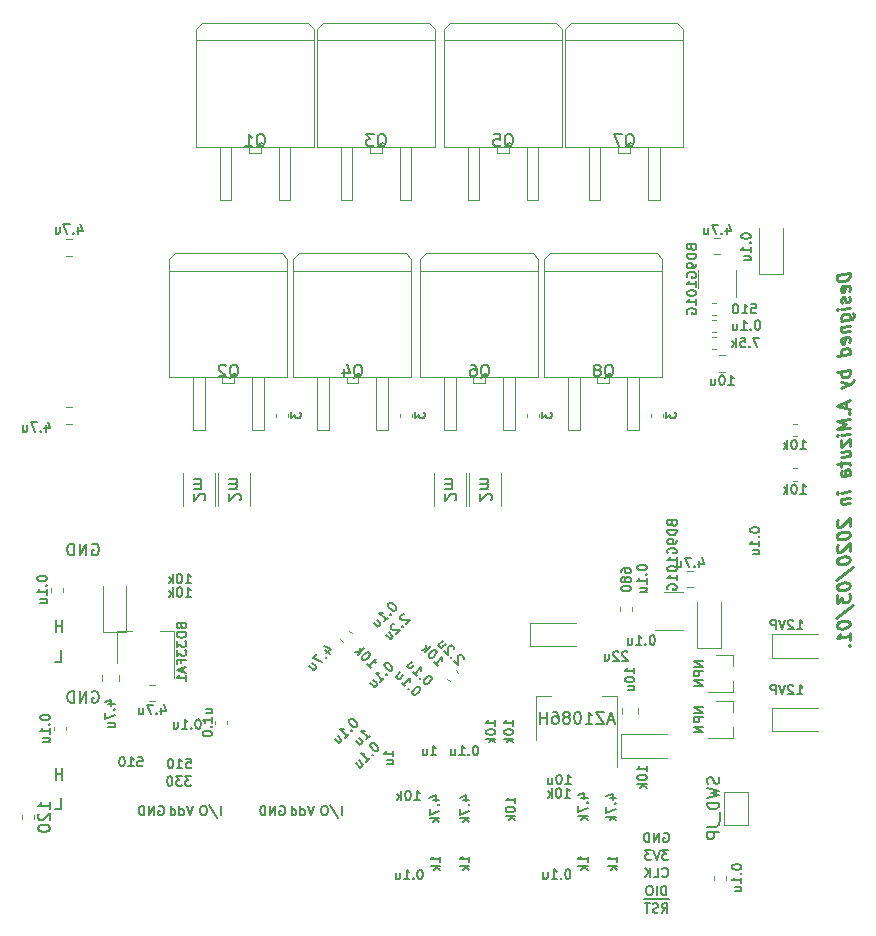
<source format=gbr>
G04 #@! TF.GenerationSoftware,KiCad,Pcbnew,(5.1.4)-1*
G04 #@! TF.CreationDate,2020-03-02T11:44:30+09:00*
G04 #@! TF.ProjectId,CAN_Current_Control_MD,43414e5f-4375-4727-9265-6e745f436f6e,rev?*
G04 #@! TF.SameCoordinates,Original*
G04 #@! TF.FileFunction,Legend,Bot*
G04 #@! TF.FilePolarity,Positive*
%FSLAX46Y46*%
G04 Gerber Fmt 4.6, Leading zero omitted, Abs format (unit mm)*
G04 Created by KiCad (PCBNEW (5.1.4)-1) date 2020-03-02 11:44:30*
%MOMM*%
%LPD*%
G04 APERTURE LIST*
%ADD10C,0.150000*%
%ADD11C,0.275000*%
%ADD12C,0.120000*%
%ADD13C,0.100000*%
G04 APERTURE END LIST*
D10*
X155961904Y-111150000D02*
X156057142Y-111102380D01*
X156200000Y-111102380D01*
X156342857Y-111150000D01*
X156438095Y-111245238D01*
X156485714Y-111340476D01*
X156533333Y-111530952D01*
X156533333Y-111673809D01*
X156485714Y-111864285D01*
X156438095Y-111959523D01*
X156342857Y-112054761D01*
X156200000Y-112102380D01*
X156104761Y-112102380D01*
X155961904Y-112054761D01*
X155914285Y-112007142D01*
X155914285Y-111673809D01*
X156104761Y-111673809D01*
X155485714Y-112102380D02*
X155485714Y-111102380D01*
X154914285Y-112102380D01*
X154914285Y-111102380D01*
X154438095Y-112102380D02*
X154438095Y-111102380D01*
X154200000Y-111102380D01*
X154057142Y-111150000D01*
X153961904Y-111245238D01*
X153914285Y-111340476D01*
X153866666Y-111530952D01*
X153866666Y-111673809D01*
X153914285Y-111864285D01*
X153961904Y-111959523D01*
X154057142Y-112054761D01*
X154200000Y-112102380D01*
X154438095Y-112102380D01*
X155961904Y-123650000D02*
X156057142Y-123602380D01*
X156200000Y-123602380D01*
X156342857Y-123650000D01*
X156438095Y-123745238D01*
X156485714Y-123840476D01*
X156533333Y-124030952D01*
X156533333Y-124173809D01*
X156485714Y-124364285D01*
X156438095Y-124459523D01*
X156342857Y-124554761D01*
X156200000Y-124602380D01*
X156104761Y-124602380D01*
X155961904Y-124554761D01*
X155914285Y-124507142D01*
X155914285Y-124173809D01*
X156104761Y-124173809D01*
X155485714Y-124602380D02*
X155485714Y-123602380D01*
X154914285Y-124602380D01*
X154914285Y-123602380D01*
X154438095Y-124602380D02*
X154438095Y-123602380D01*
X154200000Y-123602380D01*
X154057142Y-123650000D01*
X153961904Y-123745238D01*
X153914285Y-123840476D01*
X153866666Y-124030952D01*
X153866666Y-124173809D01*
X153914285Y-124364285D01*
X153961904Y-124459523D01*
X154057142Y-124554761D01*
X154200000Y-124602380D01*
X154438095Y-124602380D01*
X152840476Y-121102380D02*
X153316666Y-121102380D01*
X153316666Y-120102380D01*
X153435714Y-118602380D02*
X153435714Y-117602380D01*
X153435714Y-118078571D02*
X152864285Y-118078571D01*
X152864285Y-118602380D02*
X152864285Y-117602380D01*
X153435714Y-131102380D02*
X153435714Y-130102380D01*
X153435714Y-130578571D02*
X152864285Y-130578571D01*
X152864285Y-131102380D02*
X152864285Y-130102380D01*
X152840476Y-133602380D02*
X153316666Y-133602380D01*
X153316666Y-132602380D01*
X204835714Y-141229000D02*
X204035714Y-141229000D01*
X204188095Y-142361904D02*
X204454761Y-141980952D01*
X204645238Y-142361904D02*
X204645238Y-141561904D01*
X204340476Y-141561904D01*
X204264285Y-141600000D01*
X204226190Y-141638095D01*
X204188095Y-141714285D01*
X204188095Y-141828571D01*
X204226190Y-141904761D01*
X204264285Y-141942857D01*
X204340476Y-141980952D01*
X204645238Y-141980952D01*
X204035714Y-141229000D02*
X203273809Y-141229000D01*
X203883333Y-142323809D02*
X203769047Y-142361904D01*
X203578571Y-142361904D01*
X203502380Y-142323809D01*
X203464285Y-142285714D01*
X203426190Y-142209523D01*
X203426190Y-142133333D01*
X203464285Y-142057142D01*
X203502380Y-142019047D01*
X203578571Y-141980952D01*
X203730952Y-141942857D01*
X203807142Y-141904761D01*
X203845238Y-141866666D01*
X203883333Y-141790476D01*
X203883333Y-141714285D01*
X203845238Y-141638095D01*
X203807142Y-141600000D01*
X203730952Y-141561904D01*
X203540476Y-141561904D01*
X203426190Y-141600000D01*
X203273809Y-141229000D02*
X202664285Y-141229000D01*
X203197619Y-141561904D02*
X202740476Y-141561904D01*
X202969047Y-142361904D02*
X202969047Y-141561904D01*
X204569047Y-140861904D02*
X204569047Y-140061904D01*
X204378571Y-140061904D01*
X204264285Y-140100000D01*
X204188095Y-140176190D01*
X204150000Y-140252380D01*
X204111904Y-140404761D01*
X204111904Y-140519047D01*
X204150000Y-140671428D01*
X204188095Y-140747619D01*
X204264285Y-140823809D01*
X204378571Y-140861904D01*
X204569047Y-140861904D01*
X203769047Y-140861904D02*
X203769047Y-140061904D01*
X203235714Y-140061904D02*
X203083333Y-140061904D01*
X203007142Y-140100000D01*
X202930952Y-140176190D01*
X202892857Y-140328571D01*
X202892857Y-140595238D01*
X202930952Y-140747619D01*
X203007142Y-140823809D01*
X203083333Y-140861904D01*
X203235714Y-140861904D01*
X203311904Y-140823809D01*
X203388095Y-140747619D01*
X203426190Y-140595238D01*
X203426190Y-140328571D01*
X203388095Y-140176190D01*
X203311904Y-140100000D01*
X203235714Y-140061904D01*
X204226190Y-139285714D02*
X204264285Y-139323809D01*
X204378571Y-139361904D01*
X204454761Y-139361904D01*
X204569047Y-139323809D01*
X204645238Y-139247619D01*
X204683333Y-139171428D01*
X204721428Y-139019047D01*
X204721428Y-138904761D01*
X204683333Y-138752380D01*
X204645238Y-138676190D01*
X204569047Y-138600000D01*
X204454761Y-138561904D01*
X204378571Y-138561904D01*
X204264285Y-138600000D01*
X204226190Y-138638095D01*
X203502380Y-139361904D02*
X203883333Y-139361904D01*
X203883333Y-138561904D01*
X203235714Y-139361904D02*
X203235714Y-138561904D01*
X202778571Y-139361904D02*
X203121428Y-138904761D01*
X202778571Y-138561904D02*
X203235714Y-139019047D01*
X204740476Y-137061904D02*
X204245238Y-137061904D01*
X204511904Y-137366666D01*
X204397619Y-137366666D01*
X204321428Y-137404761D01*
X204283333Y-137442857D01*
X204245238Y-137519047D01*
X204245238Y-137709523D01*
X204283333Y-137785714D01*
X204321428Y-137823809D01*
X204397619Y-137861904D01*
X204626190Y-137861904D01*
X204702380Y-137823809D01*
X204740476Y-137785714D01*
X204016666Y-137061904D02*
X203750000Y-137861904D01*
X203483333Y-137061904D01*
X203292857Y-137061904D02*
X202797619Y-137061904D01*
X203064285Y-137366666D01*
X202950000Y-137366666D01*
X202873809Y-137404761D01*
X202835714Y-137442857D01*
X202797619Y-137519047D01*
X202797619Y-137709523D01*
X202835714Y-137785714D01*
X202873809Y-137823809D01*
X202950000Y-137861904D01*
X203178571Y-137861904D01*
X203254761Y-137823809D01*
X203292857Y-137785714D01*
X204359523Y-135600000D02*
X204435714Y-135561904D01*
X204550000Y-135561904D01*
X204664285Y-135600000D01*
X204740476Y-135676190D01*
X204778571Y-135752380D01*
X204816666Y-135904761D01*
X204816666Y-136019047D01*
X204778571Y-136171428D01*
X204740476Y-136247619D01*
X204664285Y-136323809D01*
X204550000Y-136361904D01*
X204473809Y-136361904D01*
X204359523Y-136323809D01*
X204321428Y-136285714D01*
X204321428Y-136019047D01*
X204473809Y-136019047D01*
X203978571Y-136361904D02*
X203978571Y-135561904D01*
X203521428Y-136361904D01*
X203521428Y-135561904D01*
X203140476Y-136361904D02*
X203140476Y-135561904D01*
X202950000Y-135561904D01*
X202835714Y-135600000D01*
X202759523Y-135676190D01*
X202721428Y-135752380D01*
X202683333Y-135904761D01*
X202683333Y-136019047D01*
X202721428Y-136171428D01*
X202759523Y-136247619D01*
X202835714Y-136323809D01*
X202950000Y-136361904D01*
X203140476Y-136361904D01*
X215645238Y-118361904D02*
X216102380Y-118361904D01*
X215873809Y-118361904D02*
X215873809Y-117561904D01*
X215950000Y-117676190D01*
X216026190Y-117752380D01*
X216102380Y-117790476D01*
X215340476Y-117638095D02*
X215302380Y-117600000D01*
X215226190Y-117561904D01*
X215035714Y-117561904D01*
X214959523Y-117600000D01*
X214921428Y-117638095D01*
X214883333Y-117714285D01*
X214883333Y-117790476D01*
X214921428Y-117904761D01*
X215378571Y-118361904D01*
X214883333Y-118361904D01*
X214654761Y-117561904D02*
X214388095Y-118361904D01*
X214121428Y-117561904D01*
X213854761Y-118361904D02*
X213854761Y-117561904D01*
X213550000Y-117561904D01*
X213473809Y-117600000D01*
X213435714Y-117638095D01*
X213397619Y-117714285D01*
X213397619Y-117828571D01*
X213435714Y-117904761D01*
X213473809Y-117942857D01*
X213550000Y-117980952D01*
X213854761Y-117980952D01*
X215645238Y-123861904D02*
X216102380Y-123861904D01*
X215873809Y-123861904D02*
X215873809Y-123061904D01*
X215950000Y-123176190D01*
X216026190Y-123252380D01*
X216102380Y-123290476D01*
X215340476Y-123138095D02*
X215302380Y-123100000D01*
X215226190Y-123061904D01*
X215035714Y-123061904D01*
X214959523Y-123100000D01*
X214921428Y-123138095D01*
X214883333Y-123214285D01*
X214883333Y-123290476D01*
X214921428Y-123404761D01*
X215378571Y-123861904D01*
X214883333Y-123861904D01*
X214654761Y-123061904D02*
X214388095Y-123861904D01*
X214121428Y-123061904D01*
X213854761Y-123861904D02*
X213854761Y-123061904D01*
X213550000Y-123061904D01*
X213473809Y-123100000D01*
X213435714Y-123138095D01*
X213397619Y-123214285D01*
X213397619Y-123328571D01*
X213435714Y-123404761D01*
X213473809Y-123442857D01*
X213550000Y-123480952D01*
X213854761Y-123480952D01*
X166838095Y-134111904D02*
X166838095Y-133311904D01*
X165885714Y-133273809D02*
X166571428Y-134302380D01*
X165466666Y-133311904D02*
X165314285Y-133311904D01*
X165238095Y-133350000D01*
X165161904Y-133426190D01*
X165123809Y-133578571D01*
X165123809Y-133845238D01*
X165161904Y-133997619D01*
X165238095Y-134073809D01*
X165314285Y-134111904D01*
X165466666Y-134111904D01*
X165542857Y-134073809D01*
X165619047Y-133997619D01*
X165657142Y-133845238D01*
X165657142Y-133578571D01*
X165619047Y-133426190D01*
X165542857Y-133350000D01*
X165466666Y-133311904D01*
X161609523Y-133350000D02*
X161685714Y-133311904D01*
X161800000Y-133311904D01*
X161914285Y-133350000D01*
X161990476Y-133426190D01*
X162028571Y-133502380D01*
X162066666Y-133654761D01*
X162066666Y-133769047D01*
X162028571Y-133921428D01*
X161990476Y-133997619D01*
X161914285Y-134073809D01*
X161800000Y-134111904D01*
X161723809Y-134111904D01*
X161609523Y-134073809D01*
X161571428Y-134035714D01*
X161571428Y-133769047D01*
X161723809Y-133769047D01*
X161228571Y-134111904D02*
X161228571Y-133311904D01*
X160771428Y-134111904D01*
X160771428Y-133311904D01*
X160390476Y-134111904D02*
X160390476Y-133311904D01*
X160200000Y-133311904D01*
X160085714Y-133350000D01*
X160009523Y-133426190D01*
X159971428Y-133502380D01*
X159933333Y-133654761D01*
X159933333Y-133769047D01*
X159971428Y-133921428D01*
X160009523Y-133997619D01*
X160085714Y-134073809D01*
X160200000Y-134111904D01*
X160390476Y-134111904D01*
X164490476Y-133311904D02*
X164223809Y-134111904D01*
X163957142Y-133311904D01*
X163347619Y-134111904D02*
X163347619Y-133311904D01*
X163347619Y-134073809D02*
X163423809Y-134111904D01*
X163576190Y-134111904D01*
X163652380Y-134073809D01*
X163690476Y-134035714D01*
X163728571Y-133959523D01*
X163728571Y-133730952D01*
X163690476Y-133654761D01*
X163652380Y-133616666D01*
X163576190Y-133578571D01*
X163423809Y-133578571D01*
X163347619Y-133616666D01*
X162623809Y-134111904D02*
X162623809Y-133311904D01*
X162623809Y-134073809D02*
X162700000Y-134111904D01*
X162852380Y-134111904D01*
X162928571Y-134073809D01*
X162966666Y-134035714D01*
X163004761Y-133959523D01*
X163004761Y-133730952D01*
X162966666Y-133654761D01*
X162928571Y-133616666D01*
X162852380Y-133578571D01*
X162700000Y-133578571D01*
X162623809Y-133616666D01*
X171859523Y-133350000D02*
X171935714Y-133311904D01*
X172050000Y-133311904D01*
X172164285Y-133350000D01*
X172240476Y-133426190D01*
X172278571Y-133502380D01*
X172316666Y-133654761D01*
X172316666Y-133769047D01*
X172278571Y-133921428D01*
X172240476Y-133997619D01*
X172164285Y-134073809D01*
X172050000Y-134111904D01*
X171973809Y-134111904D01*
X171859523Y-134073809D01*
X171821428Y-134035714D01*
X171821428Y-133769047D01*
X171973809Y-133769047D01*
X171478571Y-134111904D02*
X171478571Y-133311904D01*
X171021428Y-134111904D01*
X171021428Y-133311904D01*
X170640476Y-134111904D02*
X170640476Y-133311904D01*
X170450000Y-133311904D01*
X170335714Y-133350000D01*
X170259523Y-133426190D01*
X170221428Y-133502380D01*
X170183333Y-133654761D01*
X170183333Y-133769047D01*
X170221428Y-133921428D01*
X170259523Y-133997619D01*
X170335714Y-134073809D01*
X170450000Y-134111904D01*
X170640476Y-134111904D01*
X174740476Y-133311904D02*
X174473809Y-134111904D01*
X174207142Y-133311904D01*
X173597619Y-134111904D02*
X173597619Y-133311904D01*
X173597619Y-134073809D02*
X173673809Y-134111904D01*
X173826190Y-134111904D01*
X173902380Y-134073809D01*
X173940476Y-134035714D01*
X173978571Y-133959523D01*
X173978571Y-133730952D01*
X173940476Y-133654761D01*
X173902380Y-133616666D01*
X173826190Y-133578571D01*
X173673809Y-133578571D01*
X173597619Y-133616666D01*
X172873809Y-134111904D02*
X172873809Y-133311904D01*
X172873809Y-134073809D02*
X172950000Y-134111904D01*
X173102380Y-134111904D01*
X173178571Y-134073809D01*
X173216666Y-134035714D01*
X173254761Y-133959523D01*
X173254761Y-133730952D01*
X173216666Y-133654761D01*
X173178571Y-133616666D01*
X173102380Y-133578571D01*
X172950000Y-133578571D01*
X172873809Y-133616666D01*
X177088095Y-134111904D02*
X177088095Y-133311904D01*
X176135714Y-133273809D02*
X176821428Y-134302380D01*
X175716666Y-133311904D02*
X175564285Y-133311904D01*
X175488095Y-133350000D01*
X175411904Y-133426190D01*
X175373809Y-133578571D01*
X175373809Y-133845238D01*
X175411904Y-133997619D01*
X175488095Y-134073809D01*
X175564285Y-134111904D01*
X175716666Y-134111904D01*
X175792857Y-134073809D01*
X175869047Y-133997619D01*
X175907142Y-133845238D01*
X175907142Y-133578571D01*
X175869047Y-133426190D01*
X175792857Y-133350000D01*
X175716666Y-133311904D01*
D11*
X220107619Y-88197202D02*
X219007619Y-88334702D01*
X219007619Y-88596607D01*
X219060000Y-88747202D01*
X219164761Y-88838869D01*
X219269523Y-88878154D01*
X219479047Y-88904345D01*
X219636190Y-88884702D01*
X219845714Y-88806130D01*
X219950476Y-88740654D01*
X220055238Y-88622797D01*
X220107619Y-88459107D01*
X220107619Y-88197202D01*
X220055238Y-89722797D02*
X220107619Y-89611488D01*
X220107619Y-89401964D01*
X220055238Y-89303750D01*
X219950476Y-89264464D01*
X219531428Y-89316845D01*
X219426666Y-89382321D01*
X219374285Y-89493630D01*
X219374285Y-89703154D01*
X219426666Y-89801369D01*
X219531428Y-89840654D01*
X219636190Y-89827559D01*
X219740952Y-89290654D01*
X220055238Y-90194226D02*
X220107619Y-90292440D01*
X220107619Y-90501964D01*
X220055238Y-90613273D01*
X219950476Y-90678750D01*
X219898095Y-90685297D01*
X219793333Y-90646011D01*
X219740952Y-90547797D01*
X219740952Y-90390654D01*
X219688571Y-90292440D01*
X219583809Y-90253154D01*
X219531428Y-90259702D01*
X219426666Y-90325178D01*
X219374285Y-90436488D01*
X219374285Y-90593630D01*
X219426666Y-90691845D01*
X220107619Y-91130535D02*
X219374285Y-91222202D01*
X219007619Y-91268035D02*
X219060000Y-91209107D01*
X219112380Y-91254940D01*
X219060000Y-91313869D01*
X219007619Y-91268035D01*
X219112380Y-91254940D01*
X219374285Y-92217440D02*
X220264761Y-92106130D01*
X220369523Y-92040654D01*
X220421904Y-91981726D01*
X220474285Y-91870416D01*
X220474285Y-91713273D01*
X220421904Y-91615059D01*
X220055238Y-92132321D02*
X220107619Y-92021011D01*
X220107619Y-91811488D01*
X220055238Y-91713273D01*
X220002857Y-91667440D01*
X219898095Y-91628154D01*
X219583809Y-91667440D01*
X219479047Y-91732916D01*
X219426666Y-91791845D01*
X219374285Y-91903154D01*
X219374285Y-92112678D01*
X219426666Y-92210892D01*
X219374285Y-92741250D02*
X220107619Y-92649583D01*
X219479047Y-92728154D02*
X219426666Y-92787083D01*
X219374285Y-92898392D01*
X219374285Y-93055535D01*
X219426666Y-93153750D01*
X219531428Y-93193035D01*
X220107619Y-93121011D01*
X220055238Y-94070416D02*
X220107619Y-93959107D01*
X220107619Y-93749583D01*
X220055238Y-93651369D01*
X219950476Y-93612083D01*
X219531428Y-93664464D01*
X219426666Y-93729940D01*
X219374285Y-93841250D01*
X219374285Y-94050773D01*
X219426666Y-94148988D01*
X219531428Y-94188273D01*
X219636190Y-94175178D01*
X219740952Y-93638273D01*
X220107619Y-95059107D02*
X219007619Y-95196607D01*
X220055238Y-95065654D02*
X220107619Y-94954345D01*
X220107619Y-94744821D01*
X220055238Y-94646607D01*
X220002857Y-94600773D01*
X219898095Y-94561488D01*
X219583809Y-94600773D01*
X219479047Y-94666250D01*
X219426666Y-94725178D01*
X219374285Y-94836488D01*
X219374285Y-95046011D01*
X219426666Y-95144226D01*
X220107619Y-96421011D02*
X219007619Y-96558511D01*
X219426666Y-96506130D02*
X219374285Y-96617440D01*
X219374285Y-96826964D01*
X219426666Y-96925178D01*
X219479047Y-96971011D01*
X219583809Y-97010297D01*
X219898095Y-96971011D01*
X220002857Y-96905535D01*
X220055238Y-96846607D01*
X220107619Y-96735297D01*
X220107619Y-96525773D01*
X220055238Y-96427559D01*
X219374285Y-97403154D02*
X220107619Y-97573392D01*
X219374285Y-97926964D02*
X220107619Y-97573392D01*
X220369523Y-97435892D01*
X220421904Y-97376964D01*
X220474285Y-97265654D01*
X219793333Y-99079345D02*
X219793333Y-99603154D01*
X220107619Y-98935297D02*
X219007619Y-99439464D01*
X220107619Y-99668630D01*
X220002857Y-100048392D02*
X220055238Y-100094226D01*
X220107619Y-100035297D01*
X220055238Y-99989464D01*
X220002857Y-100048392D01*
X220107619Y-100035297D01*
X220107619Y-100559107D02*
X219007619Y-100696607D01*
X219793333Y-100965059D01*
X219007619Y-101429940D01*
X220107619Y-101292440D01*
X220107619Y-101816250D02*
X219374285Y-101907916D01*
X219007619Y-101953750D02*
X219060000Y-101894821D01*
X219112380Y-101940654D01*
X219060000Y-101999583D01*
X219007619Y-101953750D01*
X219112380Y-101940654D01*
X219374285Y-102326964D02*
X219374285Y-102903154D01*
X220107619Y-102235297D01*
X220107619Y-102811488D01*
X219374285Y-103793630D02*
X220107619Y-103701964D01*
X219374285Y-103322202D02*
X219950476Y-103250178D01*
X220055238Y-103289464D01*
X220107619Y-103387678D01*
X220107619Y-103544821D01*
X220055238Y-103656130D01*
X220002857Y-103715059D01*
X219374285Y-104160297D02*
X219374285Y-104579345D01*
X219007619Y-104363273D02*
X219950476Y-104245416D01*
X220055238Y-104284702D01*
X220107619Y-104382916D01*
X220107619Y-104487678D01*
X220107619Y-105325773D02*
X219531428Y-105397797D01*
X219426666Y-105358511D01*
X219374285Y-105260297D01*
X219374285Y-105050773D01*
X219426666Y-104939464D01*
X220055238Y-105332321D02*
X220107619Y-105221011D01*
X220107619Y-104959107D01*
X220055238Y-104860892D01*
X219950476Y-104821607D01*
X219845714Y-104834702D01*
X219740952Y-104900178D01*
X219688571Y-105011488D01*
X219688571Y-105273392D01*
X219636190Y-105384702D01*
X220107619Y-106687678D02*
X219374285Y-106779345D01*
X219007619Y-106825178D02*
X219060000Y-106766250D01*
X219112380Y-106812083D01*
X219060000Y-106871011D01*
X219007619Y-106825178D01*
X219112380Y-106812083D01*
X219374285Y-107303154D02*
X220107619Y-107211488D01*
X219479047Y-107290059D02*
X219426666Y-107348988D01*
X219374285Y-107460297D01*
X219374285Y-107617440D01*
X219426666Y-107715654D01*
X219531428Y-107754940D01*
X220107619Y-107682916D01*
X219112380Y-109116845D02*
X219060000Y-109175773D01*
X219007619Y-109287083D01*
X219007619Y-109548988D01*
X219060000Y-109647202D01*
X219112380Y-109693035D01*
X219217142Y-109732321D01*
X219321904Y-109719226D01*
X219479047Y-109647202D01*
X220107619Y-108940059D01*
X220107619Y-109621011D01*
X219007619Y-110439464D02*
X219007619Y-110544226D01*
X219060000Y-110642440D01*
X219112380Y-110688273D01*
X219217142Y-110727559D01*
X219426666Y-110753750D01*
X219688571Y-110721011D01*
X219898095Y-110642440D01*
X220002857Y-110576964D01*
X220055238Y-110518035D01*
X220107619Y-110406726D01*
X220107619Y-110301964D01*
X220055238Y-110203750D01*
X220002857Y-110157916D01*
X219898095Y-110118630D01*
X219688571Y-110092440D01*
X219426666Y-110125178D01*
X219217142Y-110203750D01*
X219112380Y-110269226D01*
X219060000Y-110328154D01*
X219007619Y-110439464D01*
X219112380Y-111212083D02*
X219060000Y-111271011D01*
X219007619Y-111382321D01*
X219007619Y-111644226D01*
X219060000Y-111742440D01*
X219112380Y-111788273D01*
X219217142Y-111827559D01*
X219321904Y-111814464D01*
X219479047Y-111742440D01*
X220107619Y-111035297D01*
X220107619Y-111716250D01*
X219007619Y-112534702D02*
X219007619Y-112639464D01*
X219060000Y-112737678D01*
X219112380Y-112783511D01*
X219217142Y-112822797D01*
X219426666Y-112848988D01*
X219688571Y-112816250D01*
X219898095Y-112737678D01*
X220002857Y-112672202D01*
X220055238Y-112613273D01*
X220107619Y-112501964D01*
X220107619Y-112397202D01*
X220055238Y-112298988D01*
X220002857Y-112253154D01*
X219898095Y-112213869D01*
X219688571Y-112187678D01*
X219426666Y-112220416D01*
X219217142Y-112298988D01*
X219112380Y-112364464D01*
X219060000Y-112423392D01*
X219007619Y-112534702D01*
X218955238Y-114165059D02*
X220369523Y-113045416D01*
X219007619Y-114734702D02*
X219007619Y-114839464D01*
X219060000Y-114937678D01*
X219112380Y-114983511D01*
X219217142Y-115022797D01*
X219426666Y-115048988D01*
X219688571Y-115016250D01*
X219898095Y-114937678D01*
X220002857Y-114872202D01*
X220055238Y-114813273D01*
X220107619Y-114701964D01*
X220107619Y-114597202D01*
X220055238Y-114498988D01*
X220002857Y-114453154D01*
X219898095Y-114413869D01*
X219688571Y-114387678D01*
X219426666Y-114420416D01*
X219217142Y-114498988D01*
X219112380Y-114564464D01*
X219060000Y-114623392D01*
X219007619Y-114734702D01*
X219007619Y-115468035D02*
X219007619Y-116148988D01*
X219426666Y-115729940D01*
X219426666Y-115887083D01*
X219479047Y-115985297D01*
X219531428Y-116031130D01*
X219636190Y-116070416D01*
X219898095Y-116037678D01*
X220002857Y-115972202D01*
X220055238Y-115913273D01*
X220107619Y-115801964D01*
X220107619Y-115487678D01*
X220055238Y-115389464D01*
X220002857Y-115343630D01*
X218955238Y-117412678D02*
X220369523Y-116293035D01*
X219007619Y-117982321D02*
X219007619Y-118087083D01*
X219060000Y-118185297D01*
X219112380Y-118231130D01*
X219217142Y-118270416D01*
X219426666Y-118296607D01*
X219688571Y-118263869D01*
X219898095Y-118185297D01*
X220002857Y-118119821D01*
X220055238Y-118060892D01*
X220107619Y-117949583D01*
X220107619Y-117844821D01*
X220055238Y-117746607D01*
X220002857Y-117700773D01*
X219898095Y-117661488D01*
X219688571Y-117635297D01*
X219426666Y-117668035D01*
X219217142Y-117746607D01*
X219112380Y-117812083D01*
X219060000Y-117871011D01*
X219007619Y-117982321D01*
X220107619Y-119259107D02*
X220107619Y-118630535D01*
X220107619Y-118944821D02*
X219007619Y-119082321D01*
X219164761Y-118957916D01*
X219269523Y-118840059D01*
X219321904Y-118728750D01*
X220002857Y-119743630D02*
X220055238Y-119789464D01*
X220107619Y-119730535D01*
X220055238Y-119684702D01*
X220002857Y-119743630D01*
X220107619Y-119730535D01*
D12*
X215612779Y-102010000D02*
X215287221Y-102010000D01*
X215612779Y-100990000D02*
X215287221Y-100990000D01*
X158210000Y-122241422D02*
X158210000Y-122758578D01*
X156790000Y-122241422D02*
X156790000Y-122758578D01*
X161308578Y-123040000D02*
X160791422Y-123040000D01*
X161308578Y-124460000D02*
X160791422Y-124460000D01*
X167410000Y-126412779D02*
X167410000Y-126087221D01*
X166390000Y-126412779D02*
X166390000Y-126087221D01*
X153760000Y-126587221D02*
X153760000Y-126912779D01*
X152740000Y-126587221D02*
X152740000Y-126912779D01*
X152490000Y-114837221D02*
X152490000Y-115162779D01*
X153510000Y-114837221D02*
X153510000Y-115162779D01*
X206341422Y-114810000D02*
X206858578Y-114810000D01*
X206341422Y-113390000D02*
X206858578Y-113390000D01*
X200790000Y-125508578D02*
X200790000Y-124991422D01*
X202210000Y-125508578D02*
X202210000Y-124991422D01*
X208437221Y-93160000D02*
X208762779Y-93160000D01*
X208437221Y-92140000D02*
X208762779Y-92140000D01*
X208641422Y-86610000D02*
X209158578Y-86610000D01*
X208641422Y-85190000D02*
X209158578Y-85190000D01*
X209558578Y-95140000D02*
X209041422Y-95140000D01*
X209558578Y-96560000D02*
X209041422Y-96560000D01*
X158850000Y-118550000D02*
X158850000Y-114650000D01*
X156850000Y-118550000D02*
X156850000Y-114650000D01*
X158850000Y-118550000D02*
X156850000Y-118550000D01*
X193050000Y-119800000D02*
X193050000Y-117800000D01*
X193050000Y-117800000D02*
X196950000Y-117800000D01*
X193050000Y-119800000D02*
X196950000Y-119800000D01*
X209200000Y-119950000D02*
X207200000Y-119950000D01*
X207200000Y-119950000D02*
X207200000Y-116050000D01*
X209200000Y-119950000D02*
X209200000Y-116050000D01*
X200700000Y-129250000D02*
X204600000Y-129250000D01*
X200700000Y-127250000D02*
X204600000Y-127250000D01*
X200700000Y-129250000D02*
X200700000Y-127250000D01*
X214450000Y-88250000D02*
X212450000Y-88250000D01*
X212450000Y-88250000D02*
X212450000Y-84350000D01*
X214450000Y-88250000D02*
X214450000Y-84350000D01*
X209500000Y-134900000D02*
X211500000Y-134900000D01*
X209500000Y-132100000D02*
X209500000Y-134900000D01*
X211500000Y-132100000D02*
X209500000Y-132100000D01*
X211500000Y-134900000D02*
X211500000Y-132100000D01*
D13*
X170250000Y-77500000D02*
X170250000Y-78000000D01*
X170250000Y-78000000D02*
X169250000Y-78000000D01*
X169250000Y-78000000D02*
X169250000Y-77500000D01*
X167750000Y-77500000D02*
X167750000Y-82000000D01*
X167750000Y-82000000D02*
X166750000Y-82000000D01*
X166750000Y-82000000D02*
X166750000Y-77500000D01*
X172750000Y-77500000D02*
X172750000Y-82000000D01*
X172750000Y-82000000D02*
X171750000Y-82000000D01*
X171750000Y-82000000D02*
X171750000Y-77500000D01*
X165250000Y-67000000D02*
X174250000Y-67000000D01*
X174250000Y-67000000D02*
X174750000Y-67500000D01*
X164750000Y-67500000D02*
X165250000Y-67000000D01*
X164750000Y-68500000D02*
X164750000Y-67500000D01*
X174750000Y-68500000D02*
X174750000Y-67500000D01*
X174750000Y-68500000D02*
X174750000Y-77500000D01*
X164750000Y-68500000D02*
X174750000Y-68500000D01*
X164750000Y-77500000D02*
X164750000Y-68500000D01*
X164750000Y-77500000D02*
X174750000Y-77500000D01*
X162500000Y-97000000D02*
X172500000Y-97000000D01*
X162500000Y-97000000D02*
X162500000Y-88000000D01*
X162500000Y-88000000D02*
X172500000Y-88000000D01*
X172500000Y-88000000D02*
X172500000Y-97000000D01*
X172500000Y-88000000D02*
X172500000Y-87000000D01*
X162500000Y-88000000D02*
X162500000Y-87000000D01*
X162500000Y-87000000D02*
X163000000Y-86500000D01*
X172000000Y-86500000D02*
X172500000Y-87000000D01*
X163000000Y-86500000D02*
X172000000Y-86500000D01*
X169500000Y-101500000D02*
X169500000Y-97000000D01*
X170500000Y-101500000D02*
X169500000Y-101500000D01*
X170500000Y-97000000D02*
X170500000Y-101500000D01*
X164500000Y-101500000D02*
X164500000Y-97000000D01*
X165500000Y-101500000D02*
X164500000Y-101500000D01*
X165500000Y-97000000D02*
X165500000Y-101500000D01*
X167000000Y-97500000D02*
X167000000Y-97000000D01*
X168000000Y-97500000D02*
X167000000Y-97500000D01*
X168000000Y-97000000D02*
X168000000Y-97500000D01*
X180500000Y-77500000D02*
X180500000Y-78000000D01*
X180500000Y-78000000D02*
X179500000Y-78000000D01*
X179500000Y-78000000D02*
X179500000Y-77500000D01*
X178000000Y-77500000D02*
X178000000Y-82000000D01*
X178000000Y-82000000D02*
X177000000Y-82000000D01*
X177000000Y-82000000D02*
X177000000Y-77500000D01*
X183000000Y-77500000D02*
X183000000Y-82000000D01*
X183000000Y-82000000D02*
X182000000Y-82000000D01*
X182000000Y-82000000D02*
X182000000Y-77500000D01*
X175500000Y-67000000D02*
X184500000Y-67000000D01*
X184500000Y-67000000D02*
X185000000Y-67500000D01*
X175000000Y-67500000D02*
X175500000Y-67000000D01*
X175000000Y-68500000D02*
X175000000Y-67500000D01*
X185000000Y-68500000D02*
X185000000Y-67500000D01*
X185000000Y-68500000D02*
X185000000Y-77500000D01*
X175000000Y-68500000D02*
X185000000Y-68500000D01*
X175000000Y-77500000D02*
X175000000Y-68500000D01*
X175000000Y-77500000D02*
X185000000Y-77500000D01*
X178500000Y-97000000D02*
X178500000Y-97500000D01*
X178500000Y-97500000D02*
X177500000Y-97500000D01*
X177500000Y-97500000D02*
X177500000Y-97000000D01*
X176000000Y-97000000D02*
X176000000Y-101500000D01*
X176000000Y-101500000D02*
X175000000Y-101500000D01*
X175000000Y-101500000D02*
X175000000Y-97000000D01*
X181000000Y-97000000D02*
X181000000Y-101500000D01*
X181000000Y-101500000D02*
X180000000Y-101500000D01*
X180000000Y-101500000D02*
X180000000Y-97000000D01*
X173500000Y-86500000D02*
X182500000Y-86500000D01*
X182500000Y-86500000D02*
X183000000Y-87000000D01*
X173000000Y-87000000D02*
X173500000Y-86500000D01*
X173000000Y-88000000D02*
X173000000Y-87000000D01*
X183000000Y-88000000D02*
X183000000Y-87000000D01*
X183000000Y-88000000D02*
X183000000Y-97000000D01*
X173000000Y-88000000D02*
X183000000Y-88000000D01*
X173000000Y-97000000D02*
X173000000Y-88000000D01*
X173000000Y-97000000D02*
X183000000Y-97000000D01*
X185750000Y-77500000D02*
X195750000Y-77500000D01*
X185750000Y-77500000D02*
X185750000Y-68500000D01*
X185750000Y-68500000D02*
X195750000Y-68500000D01*
X195750000Y-68500000D02*
X195750000Y-77500000D01*
X195750000Y-68500000D02*
X195750000Y-67500000D01*
X185750000Y-68500000D02*
X185750000Y-67500000D01*
X185750000Y-67500000D02*
X186250000Y-67000000D01*
X195250000Y-67000000D02*
X195750000Y-67500000D01*
X186250000Y-67000000D02*
X195250000Y-67000000D01*
X192750000Y-82000000D02*
X192750000Y-77500000D01*
X193750000Y-82000000D02*
X192750000Y-82000000D01*
X193750000Y-77500000D02*
X193750000Y-82000000D01*
X187750000Y-82000000D02*
X187750000Y-77500000D01*
X188750000Y-82000000D02*
X187750000Y-82000000D01*
X188750000Y-77500000D02*
X188750000Y-82000000D01*
X190250000Y-78000000D02*
X190250000Y-77500000D01*
X191250000Y-78000000D02*
X190250000Y-78000000D01*
X191250000Y-77500000D02*
X191250000Y-78000000D01*
X189250000Y-97000000D02*
X189250000Y-97500000D01*
X189250000Y-97500000D02*
X188250000Y-97500000D01*
X188250000Y-97500000D02*
X188250000Y-97000000D01*
X186750000Y-97000000D02*
X186750000Y-101500000D01*
X186750000Y-101500000D02*
X185750000Y-101500000D01*
X185750000Y-101500000D02*
X185750000Y-97000000D01*
X191750000Y-97000000D02*
X191750000Y-101500000D01*
X191750000Y-101500000D02*
X190750000Y-101500000D01*
X190750000Y-101500000D02*
X190750000Y-97000000D01*
X184250000Y-86500000D02*
X193250000Y-86500000D01*
X193250000Y-86500000D02*
X193750000Y-87000000D01*
X183750000Y-87000000D02*
X184250000Y-86500000D01*
X183750000Y-88000000D02*
X183750000Y-87000000D01*
X193750000Y-88000000D02*
X193750000Y-87000000D01*
X193750000Y-88000000D02*
X193750000Y-97000000D01*
X183750000Y-88000000D02*
X193750000Y-88000000D01*
X183750000Y-97000000D02*
X183750000Y-88000000D01*
X183750000Y-97000000D02*
X193750000Y-97000000D01*
X196000000Y-77500000D02*
X206000000Y-77500000D01*
X196000000Y-77500000D02*
X196000000Y-68500000D01*
X196000000Y-68500000D02*
X206000000Y-68500000D01*
X206000000Y-68500000D02*
X206000000Y-77500000D01*
X206000000Y-68500000D02*
X206000000Y-67500000D01*
X196000000Y-68500000D02*
X196000000Y-67500000D01*
X196000000Y-67500000D02*
X196500000Y-67000000D01*
X205500000Y-67000000D02*
X206000000Y-67500000D01*
X196500000Y-67000000D02*
X205500000Y-67000000D01*
X203000000Y-82000000D02*
X203000000Y-77500000D01*
X204000000Y-82000000D02*
X203000000Y-82000000D01*
X204000000Y-77500000D02*
X204000000Y-82000000D01*
X198000000Y-82000000D02*
X198000000Y-77500000D01*
X199000000Y-82000000D02*
X198000000Y-82000000D01*
X199000000Y-77500000D02*
X199000000Y-82000000D01*
X200500000Y-78000000D02*
X200500000Y-77500000D01*
X201500000Y-78000000D02*
X200500000Y-78000000D01*
X201500000Y-77500000D02*
X201500000Y-78000000D01*
X194250000Y-97000000D02*
X204250000Y-97000000D01*
X194250000Y-97000000D02*
X194250000Y-88000000D01*
X194250000Y-88000000D02*
X204250000Y-88000000D01*
X204250000Y-88000000D02*
X204250000Y-97000000D01*
X204250000Y-88000000D02*
X204250000Y-87000000D01*
X194250000Y-88000000D02*
X194250000Y-87000000D01*
X194250000Y-87000000D02*
X194750000Y-86500000D01*
X203750000Y-86500000D02*
X204250000Y-87000000D01*
X194750000Y-86500000D02*
X203750000Y-86500000D01*
X201250000Y-101500000D02*
X201250000Y-97000000D01*
X202250000Y-101500000D02*
X201250000Y-101500000D01*
X202250000Y-97000000D02*
X202250000Y-101500000D01*
X196250000Y-101500000D02*
X196250000Y-97000000D01*
X197250000Y-101500000D02*
X196250000Y-101500000D01*
X197250000Y-97000000D02*
X197250000Y-101500000D01*
X198750000Y-97500000D02*
X198750000Y-97000000D01*
X199750000Y-97500000D02*
X198750000Y-97500000D01*
X199750000Y-97000000D02*
X199750000Y-97500000D01*
D12*
X215612779Y-104740000D02*
X215287221Y-104740000D01*
X215612779Y-105760000D02*
X215287221Y-105760000D01*
X177925727Y-118704478D02*
X177695522Y-118474273D01*
X177204478Y-119425727D02*
X176974273Y-119195522D01*
X151010000Y-134087221D02*
X151010000Y-134412779D01*
X149990000Y-134087221D02*
X149990000Y-134412779D01*
X201710000Y-116487221D02*
X201710000Y-116812779D01*
X200690000Y-116487221D02*
X200690000Y-116812779D01*
X186975727Y-122054478D02*
X186745522Y-121824273D01*
X186254478Y-122775727D02*
X186024273Y-122545522D01*
X208762779Y-93590000D02*
X208437221Y-93590000D01*
X208762779Y-94610000D02*
X208437221Y-94610000D01*
X208437221Y-91710000D02*
X208762779Y-91710000D01*
X208437221Y-90690000D02*
X208762779Y-90690000D01*
X171490000Y-100087221D02*
X171490000Y-100412779D01*
X172510000Y-100087221D02*
X172510000Y-100412779D01*
X181990000Y-100087221D02*
X181990000Y-100412779D01*
X183010000Y-100087221D02*
X183010000Y-100412779D01*
X192740000Y-100087221D02*
X192740000Y-100412779D01*
X193760000Y-100087221D02*
X193760000Y-100412779D01*
X204260000Y-100087221D02*
X204260000Y-100412779D01*
X203240000Y-100087221D02*
X203240000Y-100412779D01*
X159300000Y-118470000D02*
X158100000Y-118470000D01*
X158100000Y-118470000D02*
X158100000Y-121170000D01*
X162900000Y-122470000D02*
X162900000Y-118470000D01*
X162900000Y-118470000D02*
X161700000Y-118470000D01*
X193540000Y-123990000D02*
X194800000Y-123990000D01*
X200360000Y-123990000D02*
X199100000Y-123990000D01*
X193540000Y-127750000D02*
X193540000Y-123990000D01*
X200360000Y-130000000D02*
X200360000Y-123990000D01*
X204350000Y-115200000D02*
X205950000Y-115200000D01*
X205950000Y-118400000D02*
X203650000Y-118400000D01*
X207300000Y-89500000D02*
X207300000Y-87900000D01*
X210500000Y-87900000D02*
X210500000Y-90200000D01*
X154258578Y-99540000D02*
X153741422Y-99540000D01*
X154258578Y-100960000D02*
X153741422Y-100960000D01*
X154258578Y-86710000D02*
X153741422Y-86710000D01*
X154258578Y-85290000D02*
X153741422Y-85290000D01*
X166360000Y-107902064D02*
X166360000Y-105097936D01*
X163640000Y-107902064D02*
X163640000Y-105097936D01*
X184890000Y-107902064D02*
X184890000Y-105097936D01*
X187610000Y-107902064D02*
X187610000Y-105097936D01*
X169360000Y-107902064D02*
X169360000Y-105097936D01*
X166640000Y-107902064D02*
X166640000Y-105097936D01*
X187890000Y-107902064D02*
X187890000Y-105097936D01*
X190610000Y-107902064D02*
X190610000Y-105097936D01*
X208640000Y-139237221D02*
X208640000Y-139562779D01*
X209660000Y-139237221D02*
X209660000Y-139562779D01*
X213500000Y-127000000D02*
X217400000Y-127000000D01*
X213500000Y-125000000D02*
X217400000Y-125000000D01*
X213500000Y-127000000D02*
X213500000Y-125000000D01*
X213500000Y-120750000D02*
X213500000Y-118750000D01*
X213500000Y-118750000D02*
X217400000Y-118750000D01*
X213500000Y-120750000D02*
X217400000Y-120750000D01*
X210260000Y-124420000D02*
X210260000Y-125350000D01*
X210260000Y-127580000D02*
X210260000Y-126650000D01*
X210260000Y-127580000D02*
X208100000Y-127580000D01*
X210260000Y-124420000D02*
X208800000Y-124420000D01*
X210260000Y-120520000D02*
X208800000Y-120520000D01*
X210260000Y-123680000D02*
X208100000Y-123680000D01*
X210260000Y-123680000D02*
X210260000Y-122750000D01*
X210260000Y-120520000D02*
X210260000Y-121450000D01*
D10*
X215926190Y-103111904D02*
X216383333Y-103111904D01*
X216154761Y-103111904D02*
X216154761Y-102311904D01*
X216230952Y-102426190D01*
X216307142Y-102502380D01*
X216383333Y-102540476D01*
X215430952Y-102311904D02*
X215354761Y-102311904D01*
X215278571Y-102350000D01*
X215240476Y-102388095D01*
X215202380Y-102464285D01*
X215164285Y-102616666D01*
X215164285Y-102807142D01*
X215202380Y-102959523D01*
X215240476Y-103035714D01*
X215278571Y-103073809D01*
X215354761Y-103111904D01*
X215430952Y-103111904D01*
X215507142Y-103073809D01*
X215545238Y-103035714D01*
X215583333Y-102959523D01*
X215621428Y-102807142D01*
X215621428Y-102616666D01*
X215583333Y-102464285D01*
X215545238Y-102388095D01*
X215507142Y-102350000D01*
X215430952Y-102311904D01*
X214821428Y-103111904D02*
X214821428Y-102311904D01*
X214745238Y-102807142D02*
X214516666Y-103111904D01*
X214516666Y-102578571D02*
X214821428Y-102883333D01*
X197911904Y-138054761D02*
X197911904Y-137597619D01*
X197911904Y-137826190D02*
X197111904Y-137826190D01*
X197226190Y-137750000D01*
X197302380Y-137673809D01*
X197340476Y-137597619D01*
X197911904Y-138397619D02*
X197111904Y-138397619D01*
X197607142Y-138473809D02*
X197911904Y-138702380D01*
X197378571Y-138702380D02*
X197683333Y-138397619D01*
X157328571Y-124719047D02*
X157861904Y-124719047D01*
X157023809Y-124528571D02*
X157595238Y-124338095D01*
X157595238Y-124833333D01*
X157785714Y-125138095D02*
X157823809Y-125176190D01*
X157861904Y-125138095D01*
X157823809Y-125100000D01*
X157785714Y-125138095D01*
X157861904Y-125138095D01*
X157061904Y-125442857D02*
X157061904Y-125976190D01*
X157861904Y-125633333D01*
X157328571Y-126623809D02*
X157861904Y-126623809D01*
X157328571Y-126280952D02*
X157747619Y-126280952D01*
X157823809Y-126319047D01*
X157861904Y-126395238D01*
X157861904Y-126509523D01*
X157823809Y-126585714D01*
X157785714Y-126623809D01*
X161830952Y-125028571D02*
X161830952Y-125561904D01*
X162021428Y-124723809D02*
X162211904Y-125295238D01*
X161716666Y-125295238D01*
X161411904Y-125485714D02*
X161373809Y-125523809D01*
X161411904Y-125561904D01*
X161450000Y-125523809D01*
X161411904Y-125485714D01*
X161411904Y-125561904D01*
X161107142Y-124761904D02*
X160573809Y-124761904D01*
X160916666Y-125561904D01*
X159926190Y-125028571D02*
X159926190Y-125561904D01*
X160269047Y-125028571D02*
X160269047Y-125447619D01*
X160230952Y-125523809D01*
X160154761Y-125561904D01*
X160040476Y-125561904D01*
X159964285Y-125523809D01*
X159926190Y-125485714D01*
X165311904Y-127221428D02*
X165311904Y-127145238D01*
X165350000Y-127069047D01*
X165388095Y-127030952D01*
X165464285Y-126992857D01*
X165616666Y-126954761D01*
X165807142Y-126954761D01*
X165959523Y-126992857D01*
X166035714Y-127030952D01*
X166073809Y-127069047D01*
X166111904Y-127145238D01*
X166111904Y-127221428D01*
X166073809Y-127297619D01*
X166035714Y-127335714D01*
X165959523Y-127373809D01*
X165807142Y-127411904D01*
X165616666Y-127411904D01*
X165464285Y-127373809D01*
X165388095Y-127335714D01*
X165350000Y-127297619D01*
X165311904Y-127221428D01*
X166035714Y-126611904D02*
X166073809Y-126573809D01*
X166111904Y-126611904D01*
X166073809Y-126650000D01*
X166035714Y-126611904D01*
X166111904Y-126611904D01*
X166111904Y-125811904D02*
X166111904Y-126269047D01*
X166111904Y-126040476D02*
X165311904Y-126040476D01*
X165426190Y-126116666D01*
X165502380Y-126192857D01*
X165540476Y-126269047D01*
X165578571Y-125126190D02*
X166111904Y-125126190D01*
X165578571Y-125469047D02*
X165997619Y-125469047D01*
X166073809Y-125430952D01*
X166111904Y-125354761D01*
X166111904Y-125240476D01*
X166073809Y-125164285D01*
X166035714Y-125126190D01*
X151561904Y-125778571D02*
X151561904Y-125854761D01*
X151600000Y-125930952D01*
X151638095Y-125969047D01*
X151714285Y-126007142D01*
X151866666Y-126045238D01*
X152057142Y-126045238D01*
X152209523Y-126007142D01*
X152285714Y-125969047D01*
X152323809Y-125930952D01*
X152361904Y-125854761D01*
X152361904Y-125778571D01*
X152323809Y-125702380D01*
X152285714Y-125664285D01*
X152209523Y-125626190D01*
X152057142Y-125588095D01*
X151866666Y-125588095D01*
X151714285Y-125626190D01*
X151638095Y-125664285D01*
X151600000Y-125702380D01*
X151561904Y-125778571D01*
X152285714Y-126388095D02*
X152323809Y-126426190D01*
X152361904Y-126388095D01*
X152323809Y-126350000D01*
X152285714Y-126388095D01*
X152361904Y-126388095D01*
X152361904Y-127188095D02*
X152361904Y-126730952D01*
X152361904Y-126959523D02*
X151561904Y-126959523D01*
X151676190Y-126883333D01*
X151752380Y-126807142D01*
X151790476Y-126730952D01*
X151828571Y-127873809D02*
X152361904Y-127873809D01*
X151828571Y-127530952D02*
X152247619Y-127530952D01*
X152323809Y-127569047D01*
X152361904Y-127645238D01*
X152361904Y-127759523D01*
X152323809Y-127835714D01*
X152285714Y-127873809D01*
X151311904Y-114028571D02*
X151311904Y-114104761D01*
X151350000Y-114180952D01*
X151388095Y-114219047D01*
X151464285Y-114257142D01*
X151616666Y-114295238D01*
X151807142Y-114295238D01*
X151959523Y-114257142D01*
X152035714Y-114219047D01*
X152073809Y-114180952D01*
X152111904Y-114104761D01*
X152111904Y-114028571D01*
X152073809Y-113952380D01*
X152035714Y-113914285D01*
X151959523Y-113876190D01*
X151807142Y-113838095D01*
X151616666Y-113838095D01*
X151464285Y-113876190D01*
X151388095Y-113914285D01*
X151350000Y-113952380D01*
X151311904Y-114028571D01*
X152035714Y-114638095D02*
X152073809Y-114676190D01*
X152111904Y-114638095D01*
X152073809Y-114600000D01*
X152035714Y-114638095D01*
X152111904Y-114638095D01*
X152111904Y-115438095D02*
X152111904Y-114980952D01*
X152111904Y-115209523D02*
X151311904Y-115209523D01*
X151426190Y-115133333D01*
X151502380Y-115057142D01*
X151540476Y-114980952D01*
X151578571Y-116123809D02*
X152111904Y-116123809D01*
X151578571Y-115780952D02*
X151997619Y-115780952D01*
X152073809Y-115819047D01*
X152111904Y-115895238D01*
X152111904Y-116009523D01*
X152073809Y-116085714D01*
X152035714Y-116123809D01*
X207380952Y-112578571D02*
X207380952Y-113111904D01*
X207571428Y-112273809D02*
X207761904Y-112845238D01*
X207266666Y-112845238D01*
X206961904Y-113035714D02*
X206923809Y-113073809D01*
X206961904Y-113111904D01*
X207000000Y-113073809D01*
X206961904Y-113035714D01*
X206961904Y-113111904D01*
X206657142Y-112311904D02*
X206123809Y-112311904D01*
X206466666Y-113111904D01*
X205476190Y-112578571D02*
X205476190Y-113111904D01*
X205819047Y-112578571D02*
X205819047Y-112997619D01*
X205780952Y-113073809D01*
X205704761Y-113111904D01*
X205590476Y-113111904D01*
X205514285Y-113073809D01*
X205476190Y-113035714D01*
X201861904Y-122085714D02*
X201861904Y-121628571D01*
X201861904Y-121857142D02*
X201061904Y-121857142D01*
X201176190Y-121780952D01*
X201252380Y-121704761D01*
X201290476Y-121628571D01*
X201061904Y-122580952D02*
X201061904Y-122657142D01*
X201100000Y-122733333D01*
X201138095Y-122771428D01*
X201214285Y-122809523D01*
X201366666Y-122847619D01*
X201557142Y-122847619D01*
X201709523Y-122809523D01*
X201785714Y-122771428D01*
X201823809Y-122733333D01*
X201861904Y-122657142D01*
X201861904Y-122580952D01*
X201823809Y-122504761D01*
X201785714Y-122466666D01*
X201709523Y-122428571D01*
X201557142Y-122390476D01*
X201366666Y-122390476D01*
X201214285Y-122428571D01*
X201138095Y-122466666D01*
X201100000Y-122504761D01*
X201061904Y-122580952D01*
X201328571Y-123533333D02*
X201861904Y-123533333D01*
X201328571Y-123190476D02*
X201747619Y-123190476D01*
X201823809Y-123228571D01*
X201861904Y-123304761D01*
X201861904Y-123419047D01*
X201823809Y-123495238D01*
X201785714Y-123533333D01*
X212321428Y-92211904D02*
X212245238Y-92211904D01*
X212169047Y-92250000D01*
X212130952Y-92288095D01*
X212092857Y-92364285D01*
X212054761Y-92516666D01*
X212054761Y-92707142D01*
X212092857Y-92859523D01*
X212130952Y-92935714D01*
X212169047Y-92973809D01*
X212245238Y-93011904D01*
X212321428Y-93011904D01*
X212397619Y-92973809D01*
X212435714Y-92935714D01*
X212473809Y-92859523D01*
X212511904Y-92707142D01*
X212511904Y-92516666D01*
X212473809Y-92364285D01*
X212435714Y-92288095D01*
X212397619Y-92250000D01*
X212321428Y-92211904D01*
X211711904Y-92935714D02*
X211673809Y-92973809D01*
X211711904Y-93011904D01*
X211750000Y-92973809D01*
X211711904Y-92935714D01*
X211711904Y-93011904D01*
X210911904Y-93011904D02*
X211369047Y-93011904D01*
X211140476Y-93011904D02*
X211140476Y-92211904D01*
X211216666Y-92326190D01*
X211292857Y-92402380D01*
X211369047Y-92440476D01*
X210226190Y-92478571D02*
X210226190Y-93011904D01*
X210569047Y-92478571D02*
X210569047Y-92897619D01*
X210530952Y-92973809D01*
X210454761Y-93011904D01*
X210340476Y-93011904D01*
X210264285Y-92973809D01*
X210226190Y-92935714D01*
X209680952Y-84378571D02*
X209680952Y-84911904D01*
X209871428Y-84073809D02*
X210061904Y-84645238D01*
X209566666Y-84645238D01*
X209261904Y-84835714D02*
X209223809Y-84873809D01*
X209261904Y-84911904D01*
X209300000Y-84873809D01*
X209261904Y-84835714D01*
X209261904Y-84911904D01*
X208957142Y-84111904D02*
X208423809Y-84111904D01*
X208766666Y-84911904D01*
X207776190Y-84378571D02*
X207776190Y-84911904D01*
X208119047Y-84378571D02*
X208119047Y-84797619D01*
X208080952Y-84873809D01*
X208004761Y-84911904D01*
X207890476Y-84911904D01*
X207814285Y-84873809D01*
X207776190Y-84835714D01*
X209814285Y-97661904D02*
X210271428Y-97661904D01*
X210042857Y-97661904D02*
X210042857Y-96861904D01*
X210119047Y-96976190D01*
X210195238Y-97052380D01*
X210271428Y-97090476D01*
X209319047Y-96861904D02*
X209242857Y-96861904D01*
X209166666Y-96900000D01*
X209128571Y-96938095D01*
X209090476Y-97014285D01*
X209052380Y-97166666D01*
X209052380Y-97357142D01*
X209090476Y-97509523D01*
X209128571Y-97585714D01*
X209166666Y-97623809D01*
X209242857Y-97661904D01*
X209319047Y-97661904D01*
X209395238Y-97623809D01*
X209433333Y-97585714D01*
X209471428Y-97509523D01*
X209509523Y-97357142D01*
X209509523Y-97166666D01*
X209471428Y-97014285D01*
X209433333Y-96938095D01*
X209395238Y-96900000D01*
X209319047Y-96861904D01*
X208366666Y-97128571D02*
X208366666Y-97661904D01*
X208709523Y-97128571D02*
X208709523Y-97547619D01*
X208671428Y-97623809D01*
X208595238Y-97661904D01*
X208480952Y-97661904D01*
X208404761Y-97623809D01*
X208366666Y-97585714D01*
X209004761Y-130880952D02*
X209052380Y-131023809D01*
X209052380Y-131261904D01*
X209004761Y-131357142D01*
X208957142Y-131404761D01*
X208861904Y-131452380D01*
X208766666Y-131452380D01*
X208671428Y-131404761D01*
X208623809Y-131357142D01*
X208576190Y-131261904D01*
X208528571Y-131071428D01*
X208480952Y-130976190D01*
X208433333Y-130928571D01*
X208338095Y-130880952D01*
X208242857Y-130880952D01*
X208147619Y-130928571D01*
X208100000Y-130976190D01*
X208052380Y-131071428D01*
X208052380Y-131309523D01*
X208100000Y-131452380D01*
X208052380Y-131785714D02*
X209052380Y-132023809D01*
X208338095Y-132214285D01*
X209052380Y-132404761D01*
X208052380Y-132642857D01*
X209052380Y-133023809D02*
X208052380Y-133023809D01*
X208052380Y-133261904D01*
X208100000Y-133404761D01*
X208195238Y-133500000D01*
X208290476Y-133547619D01*
X208480952Y-133595238D01*
X208623809Y-133595238D01*
X208814285Y-133547619D01*
X208909523Y-133500000D01*
X209004761Y-133404761D01*
X209052380Y-133261904D01*
X209052380Y-133023809D01*
X209147619Y-133785714D02*
X209147619Y-134547619D01*
X208052380Y-135071428D02*
X208766666Y-135071428D01*
X208909523Y-135023809D01*
X209004761Y-134928571D01*
X209052380Y-134785714D01*
X209052380Y-134690476D01*
X209052380Y-135547619D02*
X208052380Y-135547619D01*
X208052380Y-135928571D01*
X208100000Y-136023809D01*
X208147619Y-136071428D01*
X208242857Y-136119047D01*
X208385714Y-136119047D01*
X208480952Y-136071428D01*
X208528571Y-136023809D01*
X208576190Y-135928571D01*
X208576190Y-135547619D01*
X169845238Y-77547619D02*
X169940476Y-77500000D01*
X170035714Y-77404761D01*
X170178571Y-77261904D01*
X170273809Y-77214285D01*
X170369047Y-77214285D01*
X170321428Y-77452380D02*
X170416666Y-77404761D01*
X170511904Y-77309523D01*
X170559523Y-77119047D01*
X170559523Y-76785714D01*
X170511904Y-76595238D01*
X170416666Y-76500000D01*
X170321428Y-76452380D01*
X170130952Y-76452380D01*
X170035714Y-76500000D01*
X169940476Y-76595238D01*
X169892857Y-76785714D01*
X169892857Y-77119047D01*
X169940476Y-77309523D01*
X170035714Y-77404761D01*
X170130952Y-77452380D01*
X170321428Y-77452380D01*
X168940476Y-77452380D02*
X169511904Y-77452380D01*
X169226190Y-77452380D02*
X169226190Y-76452380D01*
X169321428Y-76595238D01*
X169416666Y-76690476D01*
X169511904Y-76738095D01*
X167595238Y-97047619D02*
X167690476Y-97000000D01*
X167785714Y-96904761D01*
X167928571Y-96761904D01*
X168023809Y-96714285D01*
X168119047Y-96714285D01*
X168071428Y-96952380D02*
X168166666Y-96904761D01*
X168261904Y-96809523D01*
X168309523Y-96619047D01*
X168309523Y-96285714D01*
X168261904Y-96095238D01*
X168166666Y-96000000D01*
X168071428Y-95952380D01*
X167880952Y-95952380D01*
X167785714Y-96000000D01*
X167690476Y-96095238D01*
X167642857Y-96285714D01*
X167642857Y-96619047D01*
X167690476Y-96809523D01*
X167785714Y-96904761D01*
X167880952Y-96952380D01*
X168071428Y-96952380D01*
X167261904Y-96047619D02*
X167214285Y-96000000D01*
X167119047Y-95952380D01*
X166880952Y-95952380D01*
X166785714Y-96000000D01*
X166738095Y-96047619D01*
X166690476Y-96142857D01*
X166690476Y-96238095D01*
X166738095Y-96380952D01*
X167309523Y-96952380D01*
X166690476Y-96952380D01*
X180095238Y-77547619D02*
X180190476Y-77500000D01*
X180285714Y-77404761D01*
X180428571Y-77261904D01*
X180523809Y-77214285D01*
X180619047Y-77214285D01*
X180571428Y-77452380D02*
X180666666Y-77404761D01*
X180761904Y-77309523D01*
X180809523Y-77119047D01*
X180809523Y-76785714D01*
X180761904Y-76595238D01*
X180666666Y-76500000D01*
X180571428Y-76452380D01*
X180380952Y-76452380D01*
X180285714Y-76500000D01*
X180190476Y-76595238D01*
X180142857Y-76785714D01*
X180142857Y-77119047D01*
X180190476Y-77309523D01*
X180285714Y-77404761D01*
X180380952Y-77452380D01*
X180571428Y-77452380D01*
X179809523Y-76452380D02*
X179190476Y-76452380D01*
X179523809Y-76833333D01*
X179380952Y-76833333D01*
X179285714Y-76880952D01*
X179238095Y-76928571D01*
X179190476Y-77023809D01*
X179190476Y-77261904D01*
X179238095Y-77357142D01*
X179285714Y-77404761D01*
X179380952Y-77452380D01*
X179666666Y-77452380D01*
X179761904Y-77404761D01*
X179809523Y-77357142D01*
X178095238Y-97047619D02*
X178190476Y-97000000D01*
X178285714Y-96904761D01*
X178428571Y-96761904D01*
X178523809Y-96714285D01*
X178619047Y-96714285D01*
X178571428Y-96952380D02*
X178666666Y-96904761D01*
X178761904Y-96809523D01*
X178809523Y-96619047D01*
X178809523Y-96285714D01*
X178761904Y-96095238D01*
X178666666Y-96000000D01*
X178571428Y-95952380D01*
X178380952Y-95952380D01*
X178285714Y-96000000D01*
X178190476Y-96095238D01*
X178142857Y-96285714D01*
X178142857Y-96619047D01*
X178190476Y-96809523D01*
X178285714Y-96904761D01*
X178380952Y-96952380D01*
X178571428Y-96952380D01*
X177285714Y-96285714D02*
X177285714Y-96952380D01*
X177523809Y-95904761D02*
X177761904Y-96619047D01*
X177142857Y-96619047D01*
X190845238Y-77547619D02*
X190940476Y-77500000D01*
X191035714Y-77404761D01*
X191178571Y-77261904D01*
X191273809Y-77214285D01*
X191369047Y-77214285D01*
X191321428Y-77452380D02*
X191416666Y-77404761D01*
X191511904Y-77309523D01*
X191559523Y-77119047D01*
X191559523Y-76785714D01*
X191511904Y-76595238D01*
X191416666Y-76500000D01*
X191321428Y-76452380D01*
X191130952Y-76452380D01*
X191035714Y-76500000D01*
X190940476Y-76595238D01*
X190892857Y-76785714D01*
X190892857Y-77119047D01*
X190940476Y-77309523D01*
X191035714Y-77404761D01*
X191130952Y-77452380D01*
X191321428Y-77452380D01*
X189988095Y-76452380D02*
X190464285Y-76452380D01*
X190511904Y-76928571D01*
X190464285Y-76880952D01*
X190369047Y-76833333D01*
X190130952Y-76833333D01*
X190035714Y-76880952D01*
X189988095Y-76928571D01*
X189940476Y-77023809D01*
X189940476Y-77261904D01*
X189988095Y-77357142D01*
X190035714Y-77404761D01*
X190130952Y-77452380D01*
X190369047Y-77452380D01*
X190464285Y-77404761D01*
X190511904Y-77357142D01*
X188845238Y-97047619D02*
X188940476Y-97000000D01*
X189035714Y-96904761D01*
X189178571Y-96761904D01*
X189273809Y-96714285D01*
X189369047Y-96714285D01*
X189321428Y-96952380D02*
X189416666Y-96904761D01*
X189511904Y-96809523D01*
X189559523Y-96619047D01*
X189559523Y-96285714D01*
X189511904Y-96095238D01*
X189416666Y-96000000D01*
X189321428Y-95952380D01*
X189130952Y-95952380D01*
X189035714Y-96000000D01*
X188940476Y-96095238D01*
X188892857Y-96285714D01*
X188892857Y-96619047D01*
X188940476Y-96809523D01*
X189035714Y-96904761D01*
X189130952Y-96952380D01*
X189321428Y-96952380D01*
X188035714Y-95952380D02*
X188226190Y-95952380D01*
X188321428Y-96000000D01*
X188369047Y-96047619D01*
X188464285Y-96190476D01*
X188511904Y-96380952D01*
X188511904Y-96761904D01*
X188464285Y-96857142D01*
X188416666Y-96904761D01*
X188321428Y-96952380D01*
X188130952Y-96952380D01*
X188035714Y-96904761D01*
X187988095Y-96857142D01*
X187940476Y-96761904D01*
X187940476Y-96523809D01*
X187988095Y-96428571D01*
X188035714Y-96380952D01*
X188130952Y-96333333D01*
X188321428Y-96333333D01*
X188416666Y-96380952D01*
X188464285Y-96428571D01*
X188511904Y-96523809D01*
X201095238Y-77547619D02*
X201190476Y-77500000D01*
X201285714Y-77404761D01*
X201428571Y-77261904D01*
X201523809Y-77214285D01*
X201619047Y-77214285D01*
X201571428Y-77452380D02*
X201666666Y-77404761D01*
X201761904Y-77309523D01*
X201809523Y-77119047D01*
X201809523Y-76785714D01*
X201761904Y-76595238D01*
X201666666Y-76500000D01*
X201571428Y-76452380D01*
X201380952Y-76452380D01*
X201285714Y-76500000D01*
X201190476Y-76595238D01*
X201142857Y-76785714D01*
X201142857Y-77119047D01*
X201190476Y-77309523D01*
X201285714Y-77404761D01*
X201380952Y-77452380D01*
X201571428Y-77452380D01*
X200809523Y-76452380D02*
X200142857Y-76452380D01*
X200571428Y-77452380D01*
X199345238Y-97047619D02*
X199440476Y-97000000D01*
X199535714Y-96904761D01*
X199678571Y-96761904D01*
X199773809Y-96714285D01*
X199869047Y-96714285D01*
X199821428Y-96952380D02*
X199916666Y-96904761D01*
X200011904Y-96809523D01*
X200059523Y-96619047D01*
X200059523Y-96285714D01*
X200011904Y-96095238D01*
X199916666Y-96000000D01*
X199821428Y-95952380D01*
X199630952Y-95952380D01*
X199535714Y-96000000D01*
X199440476Y-96095238D01*
X199392857Y-96285714D01*
X199392857Y-96619047D01*
X199440476Y-96809523D01*
X199535714Y-96904761D01*
X199630952Y-96952380D01*
X199821428Y-96952380D01*
X198821428Y-96380952D02*
X198916666Y-96333333D01*
X198964285Y-96285714D01*
X199011904Y-96190476D01*
X199011904Y-96142857D01*
X198964285Y-96047619D01*
X198916666Y-96000000D01*
X198821428Y-95952380D01*
X198630952Y-95952380D01*
X198535714Y-96000000D01*
X198488095Y-96047619D01*
X198440476Y-96142857D01*
X198440476Y-96190476D01*
X198488095Y-96285714D01*
X198535714Y-96333333D01*
X198630952Y-96380952D01*
X198821428Y-96380952D01*
X198916666Y-96428571D01*
X198964285Y-96476190D01*
X199011904Y-96571428D01*
X199011904Y-96761904D01*
X198964285Y-96857142D01*
X198916666Y-96904761D01*
X198821428Y-96952380D01*
X198630952Y-96952380D01*
X198535714Y-96904761D01*
X198488095Y-96857142D01*
X198440476Y-96761904D01*
X198440476Y-96571428D01*
X198488095Y-96476190D01*
X198535714Y-96428571D01*
X198630952Y-96380952D01*
X215926190Y-106861904D02*
X216383333Y-106861904D01*
X216154761Y-106861904D02*
X216154761Y-106061904D01*
X216230952Y-106176190D01*
X216307142Y-106252380D01*
X216383333Y-106290476D01*
X215430952Y-106061904D02*
X215354761Y-106061904D01*
X215278571Y-106100000D01*
X215240476Y-106138095D01*
X215202380Y-106214285D01*
X215164285Y-106366666D01*
X215164285Y-106557142D01*
X215202380Y-106709523D01*
X215240476Y-106785714D01*
X215278571Y-106823809D01*
X215354761Y-106861904D01*
X215430952Y-106861904D01*
X215507142Y-106823809D01*
X215545238Y-106785714D01*
X215583333Y-106709523D01*
X215621428Y-106557142D01*
X215621428Y-106366666D01*
X215583333Y-106214285D01*
X215545238Y-106138095D01*
X215507142Y-106100000D01*
X215430952Y-106061904D01*
X214821428Y-106861904D02*
X214821428Y-106061904D01*
X214745238Y-106557142D02*
X214516666Y-106861904D01*
X214516666Y-106328571D02*
X214821428Y-106633333D01*
X179227868Y-121310389D02*
X179551117Y-121633638D01*
X179389492Y-121472014D02*
X179955178Y-120906328D01*
X179928240Y-121041015D01*
X179928240Y-121148765D01*
X179955178Y-121229577D01*
X179443367Y-120394518D02*
X179389492Y-120340643D01*
X179308680Y-120313705D01*
X179254805Y-120313705D01*
X179173993Y-120340643D01*
X179039306Y-120421455D01*
X178904619Y-120556142D01*
X178823807Y-120690829D01*
X178796869Y-120771641D01*
X178796869Y-120825516D01*
X178823807Y-120906328D01*
X178877681Y-120960203D01*
X178958494Y-120987141D01*
X179012368Y-120987141D01*
X179093181Y-120960203D01*
X179227868Y-120879391D01*
X179362555Y-120744704D01*
X179443367Y-120610017D01*
X179470304Y-120529205D01*
X179470304Y-120475330D01*
X179443367Y-120394518D01*
X178446683Y-120529205D02*
X179012368Y-119963519D01*
X178608307Y-120259831D02*
X178231184Y-120313705D01*
X178608307Y-119936582D02*
X178608307Y-120367580D01*
X152382380Y-133583333D02*
X152382380Y-133011904D01*
X152382380Y-133297619D02*
X151382380Y-133297619D01*
X151525238Y-133202380D01*
X151620476Y-133107142D01*
X151668095Y-133011904D01*
X151477619Y-133964285D02*
X151430000Y-134011904D01*
X151382380Y-134107142D01*
X151382380Y-134345238D01*
X151430000Y-134440476D01*
X151477619Y-134488095D01*
X151572857Y-134535714D01*
X151668095Y-134535714D01*
X151810952Y-134488095D01*
X152382380Y-133916666D01*
X152382380Y-134535714D01*
X151382380Y-135154761D02*
X151382380Y-135250000D01*
X151430000Y-135345238D01*
X151477619Y-135392857D01*
X151572857Y-135440476D01*
X151763333Y-135488095D01*
X152001428Y-135488095D01*
X152191904Y-135440476D01*
X152287142Y-135392857D01*
X152334761Y-135345238D01*
X152382380Y-135250000D01*
X152382380Y-135154761D01*
X152334761Y-135059523D01*
X152287142Y-135011904D01*
X152191904Y-134964285D01*
X152001428Y-134916666D01*
X151763333Y-134916666D01*
X151572857Y-134964285D01*
X151477619Y-135011904D01*
X151430000Y-135059523D01*
X151382380Y-135154761D01*
X200761904Y-113540476D02*
X200761904Y-113388095D01*
X200800000Y-113311904D01*
X200838095Y-113273809D01*
X200952380Y-113197619D01*
X201104761Y-113159523D01*
X201409523Y-113159523D01*
X201485714Y-113197619D01*
X201523809Y-113235714D01*
X201561904Y-113311904D01*
X201561904Y-113464285D01*
X201523809Y-113540476D01*
X201485714Y-113578571D01*
X201409523Y-113616666D01*
X201219047Y-113616666D01*
X201142857Y-113578571D01*
X201104761Y-113540476D01*
X201066666Y-113464285D01*
X201066666Y-113311904D01*
X201104761Y-113235714D01*
X201142857Y-113197619D01*
X201219047Y-113159523D01*
X201104761Y-114073809D02*
X201066666Y-113997619D01*
X201028571Y-113959523D01*
X200952380Y-113921428D01*
X200914285Y-113921428D01*
X200838095Y-113959523D01*
X200800000Y-113997619D01*
X200761904Y-114073809D01*
X200761904Y-114226190D01*
X200800000Y-114302380D01*
X200838095Y-114340476D01*
X200914285Y-114378571D01*
X200952380Y-114378571D01*
X201028571Y-114340476D01*
X201066666Y-114302380D01*
X201104761Y-114226190D01*
X201104761Y-114073809D01*
X201142857Y-113997619D01*
X201180952Y-113959523D01*
X201257142Y-113921428D01*
X201409523Y-113921428D01*
X201485714Y-113959523D01*
X201523809Y-113997619D01*
X201561904Y-114073809D01*
X201561904Y-114226190D01*
X201523809Y-114302380D01*
X201485714Y-114340476D01*
X201409523Y-114378571D01*
X201257142Y-114378571D01*
X201180952Y-114340476D01*
X201142857Y-114302380D01*
X201104761Y-114226190D01*
X200761904Y-114873809D02*
X200761904Y-114950000D01*
X200800000Y-115026190D01*
X200838095Y-115064285D01*
X200914285Y-115102380D01*
X201066666Y-115140476D01*
X201257142Y-115140476D01*
X201409523Y-115102380D01*
X201485714Y-115064285D01*
X201523809Y-115026190D01*
X201561904Y-114950000D01*
X201561904Y-114873809D01*
X201523809Y-114797619D01*
X201485714Y-114759523D01*
X201409523Y-114721428D01*
X201257142Y-114683333D01*
X201066666Y-114683333D01*
X200914285Y-114721428D01*
X200838095Y-114759523D01*
X200800000Y-114797619D01*
X200761904Y-114873809D01*
X184887659Y-121099468D02*
X185210908Y-121422717D01*
X185049283Y-121261093D02*
X185614969Y-120695407D01*
X185588031Y-120830094D01*
X185588031Y-120937844D01*
X185614969Y-121018656D01*
X185103158Y-120183597D02*
X185049283Y-120129722D01*
X184968471Y-120102784D01*
X184914596Y-120102784D01*
X184833784Y-120129722D01*
X184699097Y-120210534D01*
X184564410Y-120345221D01*
X184483598Y-120479908D01*
X184456660Y-120560720D01*
X184456660Y-120614595D01*
X184483598Y-120695407D01*
X184537472Y-120749282D01*
X184618285Y-120776220D01*
X184672159Y-120776220D01*
X184752972Y-120749282D01*
X184887659Y-120668470D01*
X185022346Y-120533783D01*
X185103158Y-120399096D01*
X185130095Y-120318284D01*
X185130095Y-120264409D01*
X185103158Y-120183597D01*
X184106474Y-120318284D02*
X184672159Y-119752598D01*
X184268098Y-120048910D02*
X183890975Y-120102784D01*
X184268098Y-119725661D02*
X184268098Y-120156659D01*
X212461904Y-93661904D02*
X211928571Y-93661904D01*
X212271428Y-94461904D01*
X211623809Y-94385714D02*
X211585714Y-94423809D01*
X211623809Y-94461904D01*
X211661904Y-94423809D01*
X211623809Y-94385714D01*
X211623809Y-94461904D01*
X210861904Y-93661904D02*
X211242857Y-93661904D01*
X211280952Y-94042857D01*
X211242857Y-94004761D01*
X211166666Y-93966666D01*
X210976190Y-93966666D01*
X210900000Y-94004761D01*
X210861904Y-94042857D01*
X210823809Y-94119047D01*
X210823809Y-94309523D01*
X210861904Y-94385714D01*
X210900000Y-94423809D01*
X210976190Y-94461904D01*
X211166666Y-94461904D01*
X211242857Y-94423809D01*
X211280952Y-94385714D01*
X210480952Y-94461904D02*
X210480952Y-93661904D01*
X210404761Y-94157142D02*
X210176190Y-94461904D01*
X210176190Y-93928571D02*
X210480952Y-94233333D01*
X211771428Y-90811904D02*
X212152380Y-90811904D01*
X212190476Y-91192857D01*
X212152380Y-91154761D01*
X212076190Y-91116666D01*
X211885714Y-91116666D01*
X211809523Y-91154761D01*
X211771428Y-91192857D01*
X211733333Y-91269047D01*
X211733333Y-91459523D01*
X211771428Y-91535714D01*
X211809523Y-91573809D01*
X211885714Y-91611904D01*
X212076190Y-91611904D01*
X212152380Y-91573809D01*
X212190476Y-91535714D01*
X210971428Y-91611904D02*
X211428571Y-91611904D01*
X211200000Y-91611904D02*
X211200000Y-90811904D01*
X211276190Y-90926190D01*
X211352380Y-91002380D01*
X211428571Y-91040476D01*
X210476190Y-90811904D02*
X210400000Y-90811904D01*
X210323809Y-90850000D01*
X210285714Y-90888095D01*
X210247619Y-90964285D01*
X210209523Y-91116666D01*
X210209523Y-91307142D01*
X210247619Y-91459523D01*
X210285714Y-91535714D01*
X210323809Y-91573809D01*
X210400000Y-91611904D01*
X210476190Y-91611904D01*
X210552380Y-91573809D01*
X210590476Y-91535714D01*
X210628571Y-91459523D01*
X210666666Y-91307142D01*
X210666666Y-91116666D01*
X210628571Y-90964285D01*
X210590476Y-90888095D01*
X210552380Y-90850000D01*
X210476190Y-90811904D01*
X172811904Y-99983333D02*
X172811904Y-100478571D01*
X173116666Y-100211904D01*
X173116666Y-100326190D01*
X173154761Y-100402380D01*
X173192857Y-100440476D01*
X173269047Y-100478571D01*
X173459523Y-100478571D01*
X173535714Y-100440476D01*
X173573809Y-100402380D01*
X173611904Y-100326190D01*
X173611904Y-100097619D01*
X173573809Y-100021428D01*
X173535714Y-99983333D01*
X183311904Y-99983333D02*
X183311904Y-100478571D01*
X183616666Y-100211904D01*
X183616666Y-100326190D01*
X183654761Y-100402380D01*
X183692857Y-100440476D01*
X183769047Y-100478571D01*
X183959523Y-100478571D01*
X184035714Y-100440476D01*
X184073809Y-100402380D01*
X184111904Y-100326190D01*
X184111904Y-100097619D01*
X184073809Y-100021428D01*
X184035714Y-99983333D01*
X194061904Y-99983333D02*
X194061904Y-100478571D01*
X194366666Y-100211904D01*
X194366666Y-100326190D01*
X194404761Y-100402380D01*
X194442857Y-100440476D01*
X194519047Y-100478571D01*
X194709523Y-100478571D01*
X194785714Y-100440476D01*
X194823809Y-100402380D01*
X194861904Y-100326190D01*
X194861904Y-100097619D01*
X194823809Y-100021428D01*
X194785714Y-99983333D01*
X204561904Y-99983333D02*
X204561904Y-100478571D01*
X204866666Y-100211904D01*
X204866666Y-100326190D01*
X204904761Y-100402380D01*
X204942857Y-100440476D01*
X205019047Y-100478571D01*
X205209523Y-100478571D01*
X205285714Y-100440476D01*
X205323809Y-100402380D01*
X205361904Y-100326190D01*
X205361904Y-100097619D01*
X205323809Y-100021428D01*
X205285714Y-99983333D01*
X163492857Y-118078571D02*
X163530952Y-118192857D01*
X163569047Y-118230952D01*
X163645238Y-118269047D01*
X163759523Y-118269047D01*
X163835714Y-118230952D01*
X163873809Y-118192857D01*
X163911904Y-118116666D01*
X163911904Y-117811904D01*
X163111904Y-117811904D01*
X163111904Y-118078571D01*
X163150000Y-118154761D01*
X163188095Y-118192857D01*
X163264285Y-118230952D01*
X163340476Y-118230952D01*
X163416666Y-118192857D01*
X163454761Y-118154761D01*
X163492857Y-118078571D01*
X163492857Y-117811904D01*
X163911904Y-118611904D02*
X163111904Y-118611904D01*
X163111904Y-118802380D01*
X163150000Y-118916666D01*
X163226190Y-118992857D01*
X163302380Y-119030952D01*
X163454761Y-119069047D01*
X163569047Y-119069047D01*
X163721428Y-119030952D01*
X163797619Y-118992857D01*
X163873809Y-118916666D01*
X163911904Y-118802380D01*
X163911904Y-118611904D01*
X163111904Y-119335714D02*
X163111904Y-119830952D01*
X163416666Y-119564285D01*
X163416666Y-119678571D01*
X163454761Y-119754761D01*
X163492857Y-119792857D01*
X163569047Y-119830952D01*
X163759523Y-119830952D01*
X163835714Y-119792857D01*
X163873809Y-119754761D01*
X163911904Y-119678571D01*
X163911904Y-119450000D01*
X163873809Y-119373809D01*
X163835714Y-119335714D01*
X163111904Y-120097619D02*
X163111904Y-120592857D01*
X163416666Y-120326190D01*
X163416666Y-120440476D01*
X163454761Y-120516666D01*
X163492857Y-120554761D01*
X163569047Y-120592857D01*
X163759523Y-120592857D01*
X163835714Y-120554761D01*
X163873809Y-120516666D01*
X163911904Y-120440476D01*
X163911904Y-120211904D01*
X163873809Y-120135714D01*
X163835714Y-120097619D01*
X163492857Y-121202380D02*
X163492857Y-120935714D01*
X163911904Y-120935714D02*
X163111904Y-120935714D01*
X163111904Y-121316666D01*
X163683333Y-121583333D02*
X163683333Y-121964285D01*
X163911904Y-121507142D02*
X163111904Y-121773809D01*
X163911904Y-122040476D01*
X163911904Y-122726190D02*
X163911904Y-122269047D01*
X163911904Y-122497619D02*
X163111904Y-122497619D01*
X163226190Y-122421428D01*
X163302380Y-122345238D01*
X163340476Y-122269047D01*
X200117858Y-126066666D02*
X199641667Y-126066666D01*
X200213096Y-126352380D02*
X199879762Y-125352380D01*
X199546429Y-126352380D01*
X199308334Y-125352380D02*
X198641667Y-125352380D01*
X199308334Y-126352380D01*
X198641667Y-126352380D01*
X197736905Y-126352380D02*
X198308334Y-126352380D01*
X198022620Y-126352380D02*
X198022620Y-125352380D01*
X198117858Y-125495238D01*
X198213096Y-125590476D01*
X198308334Y-125638095D01*
X197117858Y-125352380D02*
X197022620Y-125352380D01*
X196927381Y-125400000D01*
X196879762Y-125447619D01*
X196832143Y-125542857D01*
X196784524Y-125733333D01*
X196784524Y-125971428D01*
X196832143Y-126161904D01*
X196879762Y-126257142D01*
X196927381Y-126304761D01*
X197022620Y-126352380D01*
X197117858Y-126352380D01*
X197213096Y-126304761D01*
X197260715Y-126257142D01*
X197308334Y-126161904D01*
X197355953Y-125971428D01*
X197355953Y-125733333D01*
X197308334Y-125542857D01*
X197260715Y-125447619D01*
X197213096Y-125400000D01*
X197117858Y-125352380D01*
X196213096Y-125780952D02*
X196308334Y-125733333D01*
X196355953Y-125685714D01*
X196403572Y-125590476D01*
X196403572Y-125542857D01*
X196355953Y-125447619D01*
X196308334Y-125400000D01*
X196213096Y-125352380D01*
X196022620Y-125352380D01*
X195927381Y-125400000D01*
X195879762Y-125447619D01*
X195832143Y-125542857D01*
X195832143Y-125590476D01*
X195879762Y-125685714D01*
X195927381Y-125733333D01*
X196022620Y-125780952D01*
X196213096Y-125780952D01*
X196308334Y-125828571D01*
X196355953Y-125876190D01*
X196403572Y-125971428D01*
X196403572Y-126161904D01*
X196355953Y-126257142D01*
X196308334Y-126304761D01*
X196213096Y-126352380D01*
X196022620Y-126352380D01*
X195927381Y-126304761D01*
X195879762Y-126257142D01*
X195832143Y-126161904D01*
X195832143Y-125971428D01*
X195879762Y-125876190D01*
X195927381Y-125828571D01*
X196022620Y-125780952D01*
X194975001Y-125352380D02*
X195165477Y-125352380D01*
X195260715Y-125400000D01*
X195308334Y-125447619D01*
X195403572Y-125590476D01*
X195451191Y-125780952D01*
X195451191Y-126161904D01*
X195403572Y-126257142D01*
X195355953Y-126304761D01*
X195260715Y-126352380D01*
X195070239Y-126352380D01*
X194975001Y-126304761D01*
X194927381Y-126257142D01*
X194879762Y-126161904D01*
X194879762Y-125923809D01*
X194927381Y-125828571D01*
X194975001Y-125780952D01*
X195070239Y-125733333D01*
X195260715Y-125733333D01*
X195355953Y-125780952D01*
X195403572Y-125828571D01*
X195451191Y-125923809D01*
X194451191Y-126352380D02*
X194451191Y-125352380D01*
X194451191Y-125828571D02*
X193879762Y-125828571D01*
X193879762Y-126352380D02*
X193879762Y-125352380D01*
X205042857Y-109383333D02*
X205080952Y-109497619D01*
X205119047Y-109535714D01*
X205195238Y-109573809D01*
X205309523Y-109573809D01*
X205385714Y-109535714D01*
X205423809Y-109497619D01*
X205461904Y-109421428D01*
X205461904Y-109116666D01*
X204661904Y-109116666D01*
X204661904Y-109383333D01*
X204700000Y-109459523D01*
X204738095Y-109497619D01*
X204814285Y-109535714D01*
X204890476Y-109535714D01*
X204966666Y-109497619D01*
X205004761Y-109459523D01*
X205042857Y-109383333D01*
X205042857Y-109116666D01*
X205461904Y-109916666D02*
X204661904Y-109916666D01*
X204661904Y-110107142D01*
X204700000Y-110221428D01*
X204776190Y-110297619D01*
X204852380Y-110335714D01*
X205004761Y-110373809D01*
X205119047Y-110373809D01*
X205271428Y-110335714D01*
X205347619Y-110297619D01*
X205423809Y-110221428D01*
X205461904Y-110107142D01*
X205461904Y-109916666D01*
X205461904Y-110754761D02*
X205461904Y-110907142D01*
X205423809Y-110983333D01*
X205385714Y-111021428D01*
X205271428Y-111097619D01*
X205119047Y-111135714D01*
X204814285Y-111135714D01*
X204738095Y-111097619D01*
X204700000Y-111059523D01*
X204661904Y-110983333D01*
X204661904Y-110830952D01*
X204700000Y-110754761D01*
X204738095Y-110716666D01*
X204814285Y-110678571D01*
X205004761Y-110678571D01*
X205080952Y-110716666D01*
X205119047Y-110754761D01*
X205157142Y-110830952D01*
X205157142Y-110983333D01*
X205119047Y-111059523D01*
X205080952Y-111097619D01*
X205004761Y-111135714D01*
X204700000Y-111897619D02*
X204661904Y-111821428D01*
X204661904Y-111707142D01*
X204700000Y-111592857D01*
X204776190Y-111516666D01*
X204852380Y-111478571D01*
X205004761Y-111440476D01*
X205119047Y-111440476D01*
X205271428Y-111478571D01*
X205347619Y-111516666D01*
X205423809Y-111592857D01*
X205461904Y-111707142D01*
X205461904Y-111783333D01*
X205423809Y-111897619D01*
X205385714Y-111935714D01*
X205119047Y-111935714D01*
X205119047Y-111783333D01*
X205461904Y-112697619D02*
X205461904Y-112240476D01*
X205461904Y-112469047D02*
X204661904Y-112469047D01*
X204776190Y-112392857D01*
X204852380Y-112316666D01*
X204890476Y-112240476D01*
X204661904Y-113192857D02*
X204661904Y-113269047D01*
X204700000Y-113345238D01*
X204738095Y-113383333D01*
X204814285Y-113421428D01*
X204966666Y-113459523D01*
X205157142Y-113459523D01*
X205309523Y-113421428D01*
X205385714Y-113383333D01*
X205423809Y-113345238D01*
X205461904Y-113269047D01*
X205461904Y-113192857D01*
X205423809Y-113116666D01*
X205385714Y-113078571D01*
X205309523Y-113040476D01*
X205157142Y-113002380D01*
X204966666Y-113002380D01*
X204814285Y-113040476D01*
X204738095Y-113078571D01*
X204700000Y-113116666D01*
X204661904Y-113192857D01*
X205461904Y-114221428D02*
X205461904Y-113764285D01*
X205461904Y-113992857D02*
X204661904Y-113992857D01*
X204776190Y-113916666D01*
X204852380Y-113840476D01*
X204890476Y-113764285D01*
X204700000Y-114983333D02*
X204661904Y-114907142D01*
X204661904Y-114792857D01*
X204700000Y-114678571D01*
X204776190Y-114602380D01*
X204852380Y-114564285D01*
X205004761Y-114526190D01*
X205119047Y-114526190D01*
X205271428Y-114564285D01*
X205347619Y-114602380D01*
X205423809Y-114678571D01*
X205461904Y-114792857D01*
X205461904Y-114869047D01*
X205423809Y-114983333D01*
X205385714Y-115021428D01*
X205119047Y-115021428D01*
X205119047Y-114869047D01*
X206692857Y-86033333D02*
X206730952Y-86147619D01*
X206769047Y-86185714D01*
X206845238Y-86223809D01*
X206959523Y-86223809D01*
X207035714Y-86185714D01*
X207073809Y-86147619D01*
X207111904Y-86071428D01*
X207111904Y-85766666D01*
X206311904Y-85766666D01*
X206311904Y-86033333D01*
X206350000Y-86109523D01*
X206388095Y-86147619D01*
X206464285Y-86185714D01*
X206540476Y-86185714D01*
X206616666Y-86147619D01*
X206654761Y-86109523D01*
X206692857Y-86033333D01*
X206692857Y-85766666D01*
X207111904Y-86566666D02*
X206311904Y-86566666D01*
X206311904Y-86757142D01*
X206350000Y-86871428D01*
X206426190Y-86947619D01*
X206502380Y-86985714D01*
X206654761Y-87023809D01*
X206769047Y-87023809D01*
X206921428Y-86985714D01*
X206997619Y-86947619D01*
X207073809Y-86871428D01*
X207111904Y-86757142D01*
X207111904Y-86566666D01*
X207111904Y-87404761D02*
X207111904Y-87557142D01*
X207073809Y-87633333D01*
X207035714Y-87671428D01*
X206921428Y-87747619D01*
X206769047Y-87785714D01*
X206464285Y-87785714D01*
X206388095Y-87747619D01*
X206350000Y-87709523D01*
X206311904Y-87633333D01*
X206311904Y-87480952D01*
X206350000Y-87404761D01*
X206388095Y-87366666D01*
X206464285Y-87328571D01*
X206654761Y-87328571D01*
X206730952Y-87366666D01*
X206769047Y-87404761D01*
X206807142Y-87480952D01*
X206807142Y-87633333D01*
X206769047Y-87709523D01*
X206730952Y-87747619D01*
X206654761Y-87785714D01*
X206350000Y-88547619D02*
X206311904Y-88471428D01*
X206311904Y-88357142D01*
X206350000Y-88242857D01*
X206426190Y-88166666D01*
X206502380Y-88128571D01*
X206654761Y-88090476D01*
X206769047Y-88090476D01*
X206921428Y-88128571D01*
X206997619Y-88166666D01*
X207073809Y-88242857D01*
X207111904Y-88357142D01*
X207111904Y-88433333D01*
X207073809Y-88547619D01*
X207035714Y-88585714D01*
X206769047Y-88585714D01*
X206769047Y-88433333D01*
X207111904Y-89347619D02*
X207111904Y-88890476D01*
X207111904Y-89119047D02*
X206311904Y-89119047D01*
X206426190Y-89042857D01*
X206502380Y-88966666D01*
X206540476Y-88890476D01*
X206311904Y-89842857D02*
X206311904Y-89919047D01*
X206350000Y-89995238D01*
X206388095Y-90033333D01*
X206464285Y-90071428D01*
X206616666Y-90109523D01*
X206807142Y-90109523D01*
X206959523Y-90071428D01*
X207035714Y-90033333D01*
X207073809Y-89995238D01*
X207111904Y-89919047D01*
X207111904Y-89842857D01*
X207073809Y-89766666D01*
X207035714Y-89728571D01*
X206959523Y-89690476D01*
X206807142Y-89652380D01*
X206616666Y-89652380D01*
X206464285Y-89690476D01*
X206388095Y-89728571D01*
X206350000Y-89766666D01*
X206311904Y-89842857D01*
X207111904Y-90871428D02*
X207111904Y-90414285D01*
X207111904Y-90642857D02*
X206311904Y-90642857D01*
X206426190Y-90566666D01*
X206502380Y-90490476D01*
X206540476Y-90414285D01*
X206350000Y-91633333D02*
X206311904Y-91557142D01*
X206311904Y-91442857D01*
X206350000Y-91328571D01*
X206426190Y-91252380D01*
X206502380Y-91214285D01*
X206654761Y-91176190D01*
X206769047Y-91176190D01*
X206921428Y-91214285D01*
X206997619Y-91252380D01*
X207073809Y-91328571D01*
X207111904Y-91442857D01*
X207111904Y-91519047D01*
X207073809Y-91633333D01*
X207035714Y-91671428D01*
X206769047Y-91671428D01*
X206769047Y-91519047D01*
X152030952Y-101078571D02*
X152030952Y-101611904D01*
X152221428Y-100773809D02*
X152411904Y-101345238D01*
X151916666Y-101345238D01*
X151611904Y-101535714D02*
X151573809Y-101573809D01*
X151611904Y-101611904D01*
X151650000Y-101573809D01*
X151611904Y-101535714D01*
X151611904Y-101611904D01*
X151307142Y-100811904D02*
X150773809Y-100811904D01*
X151116666Y-101611904D01*
X150126190Y-101078571D02*
X150126190Y-101611904D01*
X150469047Y-101078571D02*
X150469047Y-101497619D01*
X150430952Y-101573809D01*
X150354761Y-101611904D01*
X150240476Y-101611904D01*
X150164285Y-101573809D01*
X150126190Y-101535714D01*
X154780952Y-84328571D02*
X154780952Y-84861904D01*
X154971428Y-84023809D02*
X155161904Y-84595238D01*
X154666666Y-84595238D01*
X154361904Y-84785714D02*
X154323809Y-84823809D01*
X154361904Y-84861904D01*
X154400000Y-84823809D01*
X154361904Y-84785714D01*
X154361904Y-84861904D01*
X154057142Y-84061904D02*
X153523809Y-84061904D01*
X153866666Y-84861904D01*
X152876190Y-84328571D02*
X152876190Y-84861904D01*
X153219047Y-84328571D02*
X153219047Y-84747619D01*
X153180952Y-84823809D01*
X153104761Y-84861904D01*
X152990476Y-84861904D01*
X152914285Y-84823809D01*
X152876190Y-84785714D01*
X165452380Y-107452380D02*
X165500000Y-107404761D01*
X165547619Y-107309523D01*
X165547619Y-107071428D01*
X165500000Y-106976190D01*
X165452380Y-106928571D01*
X165357142Y-106880952D01*
X165261904Y-106880952D01*
X165119047Y-106928571D01*
X164547619Y-107500000D01*
X164547619Y-106880952D01*
X164547619Y-106452380D02*
X165214285Y-106452380D01*
X165119047Y-106452380D02*
X165166666Y-106404761D01*
X165214285Y-106309523D01*
X165214285Y-106166666D01*
X165166666Y-106071428D01*
X165071428Y-106023809D01*
X164547619Y-106023809D01*
X165071428Y-106023809D02*
X165166666Y-105976190D01*
X165214285Y-105880952D01*
X165214285Y-105738095D01*
X165166666Y-105642857D01*
X165071428Y-105595238D01*
X164547619Y-105595238D01*
X186702380Y-107452380D02*
X186750000Y-107404761D01*
X186797619Y-107309523D01*
X186797619Y-107071428D01*
X186750000Y-106976190D01*
X186702380Y-106928571D01*
X186607142Y-106880952D01*
X186511904Y-106880952D01*
X186369047Y-106928571D01*
X185797619Y-107500000D01*
X185797619Y-106880952D01*
X185797619Y-106452380D02*
X186464285Y-106452380D01*
X186369047Y-106452380D02*
X186416666Y-106404761D01*
X186464285Y-106309523D01*
X186464285Y-106166666D01*
X186416666Y-106071428D01*
X186321428Y-106023809D01*
X185797619Y-106023809D01*
X186321428Y-106023809D02*
X186416666Y-105976190D01*
X186464285Y-105880952D01*
X186464285Y-105738095D01*
X186416666Y-105642857D01*
X186321428Y-105595238D01*
X185797619Y-105595238D01*
X168452380Y-107452380D02*
X168500000Y-107404761D01*
X168547619Y-107309523D01*
X168547619Y-107071428D01*
X168500000Y-106976190D01*
X168452380Y-106928571D01*
X168357142Y-106880952D01*
X168261904Y-106880952D01*
X168119047Y-106928571D01*
X167547619Y-107500000D01*
X167547619Y-106880952D01*
X167547619Y-106452380D02*
X168214285Y-106452380D01*
X168119047Y-106452380D02*
X168166666Y-106404761D01*
X168214285Y-106309523D01*
X168214285Y-106166666D01*
X168166666Y-106071428D01*
X168071428Y-106023809D01*
X167547619Y-106023809D01*
X168071428Y-106023809D02*
X168166666Y-105976190D01*
X168214285Y-105880952D01*
X168214285Y-105738095D01*
X168166666Y-105642857D01*
X168071428Y-105595238D01*
X167547619Y-105595238D01*
X189702380Y-107452380D02*
X189750000Y-107404761D01*
X189797619Y-107309523D01*
X189797619Y-107071428D01*
X189750000Y-106976190D01*
X189702380Y-106928571D01*
X189607142Y-106880952D01*
X189511904Y-106880952D01*
X189369047Y-106928571D01*
X188797619Y-107500000D01*
X188797619Y-106880952D01*
X188797619Y-106452380D02*
X189464285Y-106452380D01*
X189369047Y-106452380D02*
X189416666Y-106404761D01*
X189464285Y-106309523D01*
X189464285Y-106166666D01*
X189416666Y-106071428D01*
X189321428Y-106023809D01*
X188797619Y-106023809D01*
X189321428Y-106023809D02*
X189416666Y-105976190D01*
X189464285Y-105880952D01*
X189464285Y-105738095D01*
X189416666Y-105642857D01*
X189321428Y-105595238D01*
X188797619Y-105595238D01*
X210141904Y-138428571D02*
X210141904Y-138504761D01*
X210180000Y-138580952D01*
X210218095Y-138619047D01*
X210294285Y-138657142D01*
X210446666Y-138695238D01*
X210637142Y-138695238D01*
X210789523Y-138657142D01*
X210865714Y-138619047D01*
X210903809Y-138580952D01*
X210941904Y-138504761D01*
X210941904Y-138428571D01*
X210903809Y-138352380D01*
X210865714Y-138314285D01*
X210789523Y-138276190D01*
X210637142Y-138238095D01*
X210446666Y-138238095D01*
X210294285Y-138276190D01*
X210218095Y-138314285D01*
X210180000Y-138352380D01*
X210141904Y-138428571D01*
X210865714Y-139038095D02*
X210903809Y-139076190D01*
X210941904Y-139038095D01*
X210903809Y-139000000D01*
X210865714Y-139038095D01*
X210941904Y-139038095D01*
X210941904Y-139838095D02*
X210941904Y-139380952D01*
X210941904Y-139609523D02*
X210141904Y-139609523D01*
X210256190Y-139533333D01*
X210332380Y-139457142D01*
X210370476Y-139380952D01*
X210408571Y-140523809D02*
X210941904Y-140523809D01*
X210408571Y-140180952D02*
X210827619Y-140180952D01*
X210903809Y-140219047D01*
X210941904Y-140295238D01*
X210941904Y-140409523D01*
X210903809Y-140485714D01*
X210865714Y-140523809D01*
X207711904Y-124952380D02*
X206911904Y-124952380D01*
X207711904Y-125409523D01*
X206911904Y-125409523D01*
X207711904Y-125790476D02*
X206911904Y-125790476D01*
X206911904Y-126095238D01*
X206950000Y-126171428D01*
X206988095Y-126209523D01*
X207064285Y-126247619D01*
X207178571Y-126247619D01*
X207254761Y-126209523D01*
X207292857Y-126171428D01*
X207330952Y-126095238D01*
X207330952Y-125790476D01*
X207711904Y-126590476D02*
X206911904Y-126590476D01*
X207711904Y-127047619D01*
X206911904Y-127047619D01*
X207711904Y-121052380D02*
X206911904Y-121052380D01*
X207711904Y-121509523D01*
X206911904Y-121509523D01*
X207711904Y-121890476D02*
X206911904Y-121890476D01*
X206911904Y-122195238D01*
X206950000Y-122271428D01*
X206988095Y-122309523D01*
X207064285Y-122347619D01*
X207178571Y-122347619D01*
X207254761Y-122309523D01*
X207292857Y-122271428D01*
X207330952Y-122195238D01*
X207330952Y-121890476D01*
X207711904Y-122690476D02*
X206911904Y-122690476D01*
X207711904Y-123147619D01*
X206911904Y-123147619D01*
X196271428Y-138661904D02*
X196195238Y-138661904D01*
X196119047Y-138700000D01*
X196080952Y-138738095D01*
X196042857Y-138814285D01*
X196004761Y-138966666D01*
X196004761Y-139157142D01*
X196042857Y-139309523D01*
X196080952Y-139385714D01*
X196119047Y-139423809D01*
X196195238Y-139461904D01*
X196271428Y-139461904D01*
X196347619Y-139423809D01*
X196385714Y-139385714D01*
X196423809Y-139309523D01*
X196461904Y-139157142D01*
X196461904Y-138966666D01*
X196423809Y-138814285D01*
X196385714Y-138738095D01*
X196347619Y-138700000D01*
X196271428Y-138661904D01*
X195661904Y-139385714D02*
X195623809Y-139423809D01*
X195661904Y-139461904D01*
X195700000Y-139423809D01*
X195661904Y-139385714D01*
X195661904Y-139461904D01*
X194861904Y-139461904D02*
X195319047Y-139461904D01*
X195090476Y-139461904D02*
X195090476Y-138661904D01*
X195166666Y-138776190D01*
X195242857Y-138852380D01*
X195319047Y-138890476D01*
X194176190Y-138928571D02*
X194176190Y-139461904D01*
X194519047Y-138928571D02*
X194519047Y-139347619D01*
X194480952Y-139423809D01*
X194404761Y-139461904D01*
X194290476Y-139461904D01*
X194214285Y-139423809D01*
X194176190Y-139385714D01*
X183771428Y-138711904D02*
X183695238Y-138711904D01*
X183619047Y-138750000D01*
X183580952Y-138788095D01*
X183542857Y-138864285D01*
X183504761Y-139016666D01*
X183504761Y-139207142D01*
X183542857Y-139359523D01*
X183580952Y-139435714D01*
X183619047Y-139473809D01*
X183695238Y-139511904D01*
X183771428Y-139511904D01*
X183847619Y-139473809D01*
X183885714Y-139435714D01*
X183923809Y-139359523D01*
X183961904Y-139207142D01*
X183961904Y-139016666D01*
X183923809Y-138864285D01*
X183885714Y-138788095D01*
X183847619Y-138750000D01*
X183771428Y-138711904D01*
X183161904Y-139435714D02*
X183123809Y-139473809D01*
X183161904Y-139511904D01*
X183200000Y-139473809D01*
X183161904Y-139435714D01*
X183161904Y-139511904D01*
X182361904Y-139511904D02*
X182819047Y-139511904D01*
X182590476Y-139511904D02*
X182590476Y-138711904D01*
X182666666Y-138826190D01*
X182742857Y-138902380D01*
X182819047Y-138940476D01*
X181676190Y-138978571D02*
X181676190Y-139511904D01*
X182019047Y-138978571D02*
X182019047Y-139397619D01*
X181980952Y-139473809D01*
X181904761Y-139511904D01*
X181790476Y-139511904D01*
X181714285Y-139473809D01*
X181676190Y-139435714D01*
X181461904Y-129116666D02*
X181461904Y-128659523D01*
X181461904Y-128888095D02*
X180661904Y-128888095D01*
X180776190Y-128811904D01*
X180852380Y-128735714D01*
X180890476Y-128659523D01*
X180928571Y-129802380D02*
X181461904Y-129802380D01*
X180928571Y-129459523D02*
X181347619Y-129459523D01*
X181423809Y-129497619D01*
X181461904Y-129573809D01*
X181461904Y-129688095D01*
X181423809Y-129764285D01*
X181385714Y-129802380D01*
X184633333Y-129011904D02*
X185090476Y-129011904D01*
X184861904Y-129011904D02*
X184861904Y-128211904D01*
X184938095Y-128326190D01*
X185014285Y-128402380D01*
X185090476Y-128440476D01*
X183947619Y-128478571D02*
X183947619Y-129011904D01*
X184290476Y-128478571D02*
X184290476Y-128897619D01*
X184252380Y-128973809D01*
X184176190Y-129011904D01*
X184061904Y-129011904D01*
X183985714Y-128973809D01*
X183947619Y-128935714D01*
X188471428Y-128211904D02*
X188395238Y-128211904D01*
X188319047Y-128250000D01*
X188280952Y-128288095D01*
X188242857Y-128364285D01*
X188204761Y-128516666D01*
X188204761Y-128707142D01*
X188242857Y-128859523D01*
X188280952Y-128935714D01*
X188319047Y-128973809D01*
X188395238Y-129011904D01*
X188471428Y-129011904D01*
X188547619Y-128973809D01*
X188585714Y-128935714D01*
X188623809Y-128859523D01*
X188661904Y-128707142D01*
X188661904Y-128516666D01*
X188623809Y-128364285D01*
X188585714Y-128288095D01*
X188547619Y-128250000D01*
X188471428Y-128211904D01*
X187861904Y-128935714D02*
X187823809Y-128973809D01*
X187861904Y-129011904D01*
X187900000Y-128973809D01*
X187861904Y-128935714D01*
X187861904Y-129011904D01*
X187061904Y-129011904D02*
X187519047Y-129011904D01*
X187290476Y-129011904D02*
X187290476Y-128211904D01*
X187366666Y-128326190D01*
X187442857Y-128402380D01*
X187519047Y-128440476D01*
X186376190Y-128478571D02*
X186376190Y-129011904D01*
X186719047Y-128478571D02*
X186719047Y-128897619D01*
X186680952Y-128973809D01*
X186604761Y-129011904D01*
X186490476Y-129011904D01*
X186414285Y-128973809D01*
X186376190Y-128935714D01*
X177794280Y-125970472D02*
X177740406Y-126024347D01*
X177713468Y-126105159D01*
X177713468Y-126159034D01*
X177740406Y-126239846D01*
X177821218Y-126374533D01*
X177955905Y-126509220D01*
X178090592Y-126590032D01*
X178171404Y-126616970D01*
X178225279Y-126616970D01*
X178306091Y-126590032D01*
X178359966Y-126536157D01*
X178386903Y-126455345D01*
X178386903Y-126401470D01*
X178359966Y-126320658D01*
X178279154Y-126185971D01*
X178144467Y-126051284D01*
X178009780Y-125970472D01*
X177928967Y-125943535D01*
X177875093Y-125943535D01*
X177794280Y-125970472D01*
X177875093Y-126913281D02*
X177875093Y-126967156D01*
X177928967Y-126967156D01*
X177928967Y-126913281D01*
X177875093Y-126913281D01*
X177928967Y-126967156D01*
X177363282Y-127532841D02*
X177686531Y-127209592D01*
X177524906Y-127371217D02*
X176959221Y-126805531D01*
X177093908Y-126832469D01*
X177201658Y-126832469D01*
X177282470Y-126805531D01*
X176501285Y-127640591D02*
X176878409Y-128017714D01*
X176743722Y-127398154D02*
X177040033Y-127694466D01*
X177066971Y-127775278D01*
X177040033Y-127856090D01*
X176959221Y-127936902D01*
X176878409Y-127963840D01*
X176824534Y-127963840D01*
X184679526Y-122394280D02*
X184625651Y-122340406D01*
X184544839Y-122313468D01*
X184490964Y-122313468D01*
X184410152Y-122340406D01*
X184275465Y-122421218D01*
X184140778Y-122555905D01*
X184059966Y-122690592D01*
X184033028Y-122771404D01*
X184033028Y-122825279D01*
X184059966Y-122906091D01*
X184113841Y-122959966D01*
X184194653Y-122986903D01*
X184248528Y-122986903D01*
X184329340Y-122959966D01*
X184464027Y-122879154D01*
X184598714Y-122744467D01*
X184679526Y-122609780D01*
X184706463Y-122528967D01*
X184706463Y-122475093D01*
X184679526Y-122394280D01*
X183736717Y-122475093D02*
X183682842Y-122475093D01*
X183682842Y-122528967D01*
X183736717Y-122528967D01*
X183736717Y-122475093D01*
X183682842Y-122528967D01*
X183117157Y-121963282D02*
X183440406Y-122286531D01*
X183278781Y-122124906D02*
X183844467Y-121559221D01*
X183817529Y-121693908D01*
X183817529Y-121801658D01*
X183844467Y-121882470D01*
X183009407Y-121101285D02*
X182632284Y-121478409D01*
X183251844Y-121343722D02*
X182955532Y-121640033D01*
X182874720Y-121666971D01*
X182793908Y-121640033D01*
X182713096Y-121559221D01*
X182686158Y-121478409D01*
X182686158Y-121424534D01*
X179594280Y-128020473D02*
X179540406Y-128074348D01*
X179513468Y-128155160D01*
X179513468Y-128209035D01*
X179540406Y-128289847D01*
X179621218Y-128424534D01*
X179755905Y-128559221D01*
X179890592Y-128640033D01*
X179971404Y-128666971D01*
X180025279Y-128666971D01*
X180106091Y-128640033D01*
X180159966Y-128586158D01*
X180186903Y-128505346D01*
X180186903Y-128451471D01*
X180159966Y-128370659D01*
X180079154Y-128235972D01*
X179944467Y-128101285D01*
X179809780Y-128020473D01*
X179728967Y-127993536D01*
X179675093Y-127993536D01*
X179594280Y-128020473D01*
X179675093Y-128963282D02*
X179675093Y-129017157D01*
X179728967Y-129017157D01*
X179728967Y-128963282D01*
X179675093Y-128963282D01*
X179728967Y-129017157D01*
X179163282Y-129582842D02*
X179486531Y-129259593D01*
X179324906Y-129421218D02*
X178759221Y-128855532D01*
X178893908Y-128882470D01*
X179001658Y-128882470D01*
X179082470Y-128855532D01*
X178301285Y-129690592D02*
X178678409Y-130067715D01*
X178543722Y-129448155D02*
X178840033Y-129744467D01*
X178866971Y-129825279D01*
X178840033Y-129906091D01*
X178759221Y-129986903D01*
X178678409Y-130013841D01*
X178624534Y-130013841D01*
X180794280Y-121220473D02*
X180740406Y-121274348D01*
X180713468Y-121355160D01*
X180713468Y-121409035D01*
X180740406Y-121489847D01*
X180821218Y-121624534D01*
X180955905Y-121759221D01*
X181090592Y-121840033D01*
X181171404Y-121866971D01*
X181225279Y-121866971D01*
X181306091Y-121840033D01*
X181359966Y-121786158D01*
X181386903Y-121705346D01*
X181386903Y-121651471D01*
X181359966Y-121570659D01*
X181279154Y-121435972D01*
X181144467Y-121301285D01*
X181009780Y-121220473D01*
X180928967Y-121193536D01*
X180875093Y-121193536D01*
X180794280Y-121220473D01*
X180875093Y-122163282D02*
X180875093Y-122217157D01*
X180928967Y-122217157D01*
X180928967Y-122163282D01*
X180875093Y-122163282D01*
X180928967Y-122217157D01*
X180363282Y-122782842D02*
X180686531Y-122459593D01*
X180524906Y-122621218D02*
X179959221Y-122055532D01*
X180093908Y-122082470D01*
X180201658Y-122082470D01*
X180282470Y-122055532D01*
X179501285Y-122890592D02*
X179878409Y-123267715D01*
X179743722Y-122648155D02*
X180040033Y-122944467D01*
X180066971Y-123025279D01*
X180040033Y-123106091D01*
X179959221Y-123186903D01*
X179878409Y-123213841D01*
X179824534Y-123213841D01*
X183729526Y-123294280D02*
X183675651Y-123240406D01*
X183594839Y-123213468D01*
X183540964Y-123213468D01*
X183460152Y-123240406D01*
X183325465Y-123321218D01*
X183190778Y-123455905D01*
X183109966Y-123590592D01*
X183083028Y-123671404D01*
X183083028Y-123725279D01*
X183109966Y-123806091D01*
X183163841Y-123859966D01*
X183244653Y-123886903D01*
X183298528Y-123886903D01*
X183379340Y-123859966D01*
X183514027Y-123779154D01*
X183648714Y-123644467D01*
X183729526Y-123509780D01*
X183756463Y-123428967D01*
X183756463Y-123375093D01*
X183729526Y-123294280D01*
X182786717Y-123375093D02*
X182732842Y-123375093D01*
X182732842Y-123428967D01*
X182786717Y-123428967D01*
X182786717Y-123375093D01*
X182732842Y-123428967D01*
X182167157Y-122863282D02*
X182490406Y-123186531D01*
X182328781Y-123024906D02*
X182894467Y-122459221D01*
X182867529Y-122593908D01*
X182867529Y-122701658D01*
X182894467Y-122782470D01*
X182059407Y-122001285D02*
X181682284Y-122378409D01*
X182301844Y-122243722D02*
X182005532Y-122540033D01*
X181924720Y-122566971D01*
X181843908Y-122540033D01*
X181763096Y-122459221D01*
X181736158Y-122378409D01*
X181736158Y-122324534D01*
X191761904Y-133073809D02*
X191761904Y-132616666D01*
X191761904Y-132845238D02*
X190961904Y-132845238D01*
X191076190Y-132769047D01*
X191152380Y-132692857D01*
X191190476Y-132616666D01*
X190961904Y-133569047D02*
X190961904Y-133645238D01*
X191000000Y-133721428D01*
X191038095Y-133759523D01*
X191114285Y-133797619D01*
X191266666Y-133835714D01*
X191457142Y-133835714D01*
X191609523Y-133797619D01*
X191685714Y-133759523D01*
X191723809Y-133721428D01*
X191761904Y-133645238D01*
X191761904Y-133569047D01*
X191723809Y-133492857D01*
X191685714Y-133454761D01*
X191609523Y-133416666D01*
X191457142Y-133378571D01*
X191266666Y-133378571D01*
X191114285Y-133416666D01*
X191038095Y-133454761D01*
X191000000Y-133492857D01*
X190961904Y-133569047D01*
X191761904Y-134178571D02*
X190961904Y-134178571D01*
X191457142Y-134254761D02*
X191761904Y-134483333D01*
X191228571Y-134483333D02*
X191533333Y-134178571D01*
X202911904Y-130373809D02*
X202911904Y-129916666D01*
X202911904Y-130145238D02*
X202111904Y-130145238D01*
X202226190Y-130069047D01*
X202302380Y-129992857D01*
X202340476Y-129916666D01*
X202111904Y-130869047D02*
X202111904Y-130945238D01*
X202150000Y-131021428D01*
X202188095Y-131059523D01*
X202264285Y-131097619D01*
X202416666Y-131135714D01*
X202607142Y-131135714D01*
X202759523Y-131097619D01*
X202835714Y-131059523D01*
X202873809Y-131021428D01*
X202911904Y-130945238D01*
X202911904Y-130869047D01*
X202873809Y-130792857D01*
X202835714Y-130754761D01*
X202759523Y-130716666D01*
X202607142Y-130678571D01*
X202416666Y-130678571D01*
X202264285Y-130716666D01*
X202188095Y-130754761D01*
X202150000Y-130792857D01*
X202111904Y-130869047D01*
X202911904Y-131478571D02*
X202111904Y-131478571D01*
X202607142Y-131554761D02*
X202911904Y-131783333D01*
X202378571Y-131783333D02*
X202683333Y-131478571D01*
X183226190Y-132811904D02*
X183683333Y-132811904D01*
X183454761Y-132811904D02*
X183454761Y-132011904D01*
X183530952Y-132126190D01*
X183607142Y-132202380D01*
X183683333Y-132240476D01*
X182730952Y-132011904D02*
X182654761Y-132011904D01*
X182578571Y-132050000D01*
X182540476Y-132088095D01*
X182502380Y-132164285D01*
X182464285Y-132316666D01*
X182464285Y-132507142D01*
X182502380Y-132659523D01*
X182540476Y-132735714D01*
X182578571Y-132773809D01*
X182654761Y-132811904D01*
X182730952Y-132811904D01*
X182807142Y-132773809D01*
X182845238Y-132735714D01*
X182883333Y-132659523D01*
X182921428Y-132507142D01*
X182921428Y-132316666D01*
X182883333Y-132164285D01*
X182845238Y-132088095D01*
X182807142Y-132050000D01*
X182730952Y-132011904D01*
X182121428Y-132811904D02*
X182121428Y-132011904D01*
X182045238Y-132507142D02*
X181816666Y-132811904D01*
X181816666Y-132278571D02*
X182121428Y-132583333D01*
X195976190Y-132611904D02*
X196433333Y-132611904D01*
X196204761Y-132611904D02*
X196204761Y-131811904D01*
X196280952Y-131926190D01*
X196357142Y-132002380D01*
X196433333Y-132040476D01*
X195480952Y-131811904D02*
X195404761Y-131811904D01*
X195328571Y-131850000D01*
X195290476Y-131888095D01*
X195252380Y-131964285D01*
X195214285Y-132116666D01*
X195214285Y-132307142D01*
X195252380Y-132459523D01*
X195290476Y-132535714D01*
X195328571Y-132573809D01*
X195404761Y-132611904D01*
X195480952Y-132611904D01*
X195557142Y-132573809D01*
X195595238Y-132535714D01*
X195633333Y-132459523D01*
X195671428Y-132307142D01*
X195671428Y-132116666D01*
X195633333Y-131964285D01*
X195595238Y-131888095D01*
X195557142Y-131850000D01*
X195480952Y-131811904D01*
X194871428Y-132611904D02*
X194871428Y-131811904D01*
X194795238Y-132307142D02*
X194566666Y-132611904D01*
X194566666Y-132078571D02*
X194871428Y-132383333D01*
X187378571Y-132807142D02*
X187911904Y-132807142D01*
X187073809Y-132616666D02*
X187645238Y-132426190D01*
X187645238Y-132921428D01*
X187835714Y-133226190D02*
X187873809Y-133264285D01*
X187911904Y-133226190D01*
X187873809Y-133188095D01*
X187835714Y-133226190D01*
X187911904Y-133226190D01*
X187111904Y-133530952D02*
X187111904Y-134064285D01*
X187911904Y-133721428D01*
X187911904Y-134369047D02*
X187111904Y-134369047D01*
X187607142Y-134445238D02*
X187911904Y-134673809D01*
X187378571Y-134673809D02*
X187683333Y-134369047D01*
X199778571Y-132657142D02*
X200311904Y-132657142D01*
X199473809Y-132466666D02*
X200045238Y-132276190D01*
X200045238Y-132771428D01*
X200235714Y-133076190D02*
X200273809Y-133114285D01*
X200311904Y-133076190D01*
X200273809Y-133038095D01*
X200235714Y-133076190D01*
X200311904Y-133076190D01*
X199511904Y-133380952D02*
X199511904Y-133914285D01*
X200311904Y-133571428D01*
X200311904Y-134219047D02*
X199511904Y-134219047D01*
X200007142Y-134295238D02*
X200311904Y-134523809D01*
X199778571Y-134523809D02*
X200083333Y-134219047D01*
X184828571Y-132807142D02*
X185361904Y-132807142D01*
X184523809Y-132616666D02*
X185095238Y-132426190D01*
X185095238Y-132921428D01*
X185285714Y-133226190D02*
X185323809Y-133264285D01*
X185361904Y-133226190D01*
X185323809Y-133188095D01*
X185285714Y-133226190D01*
X185361904Y-133226190D01*
X184561904Y-133530952D02*
X184561904Y-134064285D01*
X185361904Y-133721428D01*
X185361904Y-134369047D02*
X184561904Y-134369047D01*
X185057142Y-134445238D02*
X185361904Y-134673809D01*
X184828571Y-134673809D02*
X185133333Y-134369047D01*
X197378571Y-132607142D02*
X197911904Y-132607142D01*
X197073809Y-132416666D02*
X197645238Y-132226190D01*
X197645238Y-132721428D01*
X197835714Y-133026190D02*
X197873809Y-133064285D01*
X197911904Y-133026190D01*
X197873809Y-132988095D01*
X197835714Y-133026190D01*
X197911904Y-133026190D01*
X197111904Y-133330952D02*
X197111904Y-133864285D01*
X197911904Y-133521428D01*
X197911904Y-134169047D02*
X197111904Y-134169047D01*
X197607142Y-134245238D02*
X197911904Y-134473809D01*
X197378571Y-134473809D02*
X197683333Y-134169047D01*
X187911904Y-138054761D02*
X187911904Y-137597619D01*
X187911904Y-137826190D02*
X187111904Y-137826190D01*
X187226190Y-137750000D01*
X187302380Y-137673809D01*
X187340476Y-137597619D01*
X187911904Y-138397619D02*
X187111904Y-138397619D01*
X187607142Y-138473809D02*
X187911904Y-138702380D01*
X187378571Y-138702380D02*
X187683333Y-138397619D01*
X200411904Y-138054761D02*
X200411904Y-137597619D01*
X200411904Y-137826190D02*
X199611904Y-137826190D01*
X199726190Y-137750000D01*
X199802380Y-137673809D01*
X199840476Y-137597619D01*
X200411904Y-138397619D02*
X199611904Y-138397619D01*
X200107142Y-138473809D02*
X200411904Y-138702380D01*
X199878571Y-138702380D02*
X200183333Y-138397619D01*
X185411904Y-138054761D02*
X185411904Y-137597619D01*
X185411904Y-137826190D02*
X184611904Y-137826190D01*
X184726190Y-137750000D01*
X184802380Y-137673809D01*
X184840476Y-137597619D01*
X185411904Y-138397619D02*
X184611904Y-138397619D01*
X185107142Y-138473809D02*
X185411904Y-138702380D01*
X184878571Y-138702380D02*
X185183333Y-138397619D01*
X191611904Y-126523809D02*
X191611904Y-126066666D01*
X191611904Y-126295238D02*
X190811904Y-126295238D01*
X190926190Y-126219047D01*
X191002380Y-126142857D01*
X191040476Y-126066666D01*
X190811904Y-127019047D02*
X190811904Y-127095238D01*
X190850000Y-127171428D01*
X190888095Y-127209523D01*
X190964285Y-127247619D01*
X191116666Y-127285714D01*
X191307142Y-127285714D01*
X191459523Y-127247619D01*
X191535714Y-127209523D01*
X191573809Y-127171428D01*
X191611904Y-127095238D01*
X191611904Y-127019047D01*
X191573809Y-126942857D01*
X191535714Y-126904761D01*
X191459523Y-126866666D01*
X191307142Y-126828571D01*
X191116666Y-126828571D01*
X190964285Y-126866666D01*
X190888095Y-126904761D01*
X190850000Y-126942857D01*
X190811904Y-127019047D01*
X191611904Y-127628571D02*
X190811904Y-127628571D01*
X191307142Y-127704761D02*
X191611904Y-127933333D01*
X191078571Y-127933333D02*
X191383333Y-127628571D01*
X190111904Y-126523809D02*
X190111904Y-126066666D01*
X190111904Y-126295238D02*
X189311904Y-126295238D01*
X189426190Y-126219047D01*
X189502380Y-126142857D01*
X189540476Y-126066666D01*
X189311904Y-127019047D02*
X189311904Y-127095238D01*
X189350000Y-127171428D01*
X189388095Y-127209523D01*
X189464285Y-127247619D01*
X189616666Y-127285714D01*
X189807142Y-127285714D01*
X189959523Y-127247619D01*
X190035714Y-127209523D01*
X190073809Y-127171428D01*
X190111904Y-127095238D01*
X190111904Y-127019047D01*
X190073809Y-126942857D01*
X190035714Y-126904761D01*
X189959523Y-126866666D01*
X189807142Y-126828571D01*
X189616666Y-126828571D01*
X189464285Y-126866666D01*
X189388095Y-126904761D01*
X189350000Y-126942857D01*
X189311904Y-127019047D01*
X190111904Y-127628571D02*
X189311904Y-127628571D01*
X189807142Y-127704761D02*
X190111904Y-127933333D01*
X189578571Y-127933333D02*
X189883333Y-127628571D01*
X163876190Y-115611904D02*
X164333333Y-115611904D01*
X164104761Y-115611904D02*
X164104761Y-114811904D01*
X164180952Y-114926190D01*
X164257142Y-115002380D01*
X164333333Y-115040476D01*
X163380952Y-114811904D02*
X163304761Y-114811904D01*
X163228571Y-114850000D01*
X163190476Y-114888095D01*
X163152380Y-114964285D01*
X163114285Y-115116666D01*
X163114285Y-115307142D01*
X163152380Y-115459523D01*
X163190476Y-115535714D01*
X163228571Y-115573809D01*
X163304761Y-115611904D01*
X163380952Y-115611904D01*
X163457142Y-115573809D01*
X163495238Y-115535714D01*
X163533333Y-115459523D01*
X163571428Y-115307142D01*
X163571428Y-115116666D01*
X163533333Y-114964285D01*
X163495238Y-114888095D01*
X163457142Y-114850000D01*
X163380952Y-114811904D01*
X162771428Y-115611904D02*
X162771428Y-114811904D01*
X162695238Y-115307142D02*
X162466666Y-115611904D01*
X162466666Y-115078571D02*
X162771428Y-115383333D01*
X163876190Y-114461904D02*
X164333333Y-114461904D01*
X164104761Y-114461904D02*
X164104761Y-113661904D01*
X164180952Y-113776190D01*
X164257142Y-113852380D01*
X164333333Y-113890476D01*
X163380952Y-113661904D02*
X163304761Y-113661904D01*
X163228571Y-113700000D01*
X163190476Y-113738095D01*
X163152380Y-113814285D01*
X163114285Y-113966666D01*
X163114285Y-114157142D01*
X163152380Y-114309523D01*
X163190476Y-114385714D01*
X163228571Y-114423809D01*
X163304761Y-114461904D01*
X163380952Y-114461904D01*
X163457142Y-114423809D01*
X163495238Y-114385714D01*
X163533333Y-114309523D01*
X163571428Y-114157142D01*
X163571428Y-113966666D01*
X163533333Y-113814285D01*
X163495238Y-113738095D01*
X163457142Y-113700000D01*
X163380952Y-113661904D01*
X162771428Y-114461904D02*
X162771428Y-113661904D01*
X162695238Y-114157142D02*
X162466666Y-114461904D01*
X162466666Y-113928571D02*
X162771428Y-114233333D01*
X159821428Y-129161904D02*
X160202380Y-129161904D01*
X160240476Y-129542857D01*
X160202380Y-129504761D01*
X160126190Y-129466666D01*
X159935714Y-129466666D01*
X159859523Y-129504761D01*
X159821428Y-129542857D01*
X159783333Y-129619047D01*
X159783333Y-129809523D01*
X159821428Y-129885714D01*
X159859523Y-129923809D01*
X159935714Y-129961904D01*
X160126190Y-129961904D01*
X160202380Y-129923809D01*
X160240476Y-129885714D01*
X159021428Y-129961904D02*
X159478571Y-129961904D01*
X159250000Y-129961904D02*
X159250000Y-129161904D01*
X159326190Y-129276190D01*
X159402380Y-129352380D01*
X159478571Y-129390476D01*
X158526190Y-129161904D02*
X158450000Y-129161904D01*
X158373809Y-129200000D01*
X158335714Y-129238095D01*
X158297619Y-129314285D01*
X158259523Y-129466666D01*
X158259523Y-129657142D01*
X158297619Y-129809523D01*
X158335714Y-129885714D01*
X158373809Y-129923809D01*
X158450000Y-129961904D01*
X158526190Y-129961904D01*
X158602380Y-129923809D01*
X158640476Y-129885714D01*
X158678571Y-129809523D01*
X158716666Y-129657142D01*
X158716666Y-129466666D01*
X158678571Y-129314285D01*
X158640476Y-129238095D01*
X158602380Y-129200000D01*
X158526190Y-129161904D01*
X164971428Y-125961904D02*
X164895238Y-125961904D01*
X164819047Y-126000000D01*
X164780952Y-126038095D01*
X164742857Y-126114285D01*
X164704761Y-126266666D01*
X164704761Y-126457142D01*
X164742857Y-126609523D01*
X164780952Y-126685714D01*
X164819047Y-126723809D01*
X164895238Y-126761904D01*
X164971428Y-126761904D01*
X165047619Y-126723809D01*
X165085714Y-126685714D01*
X165123809Y-126609523D01*
X165161904Y-126457142D01*
X165161904Y-126266666D01*
X165123809Y-126114285D01*
X165085714Y-126038095D01*
X165047619Y-126000000D01*
X164971428Y-125961904D01*
X164361904Y-126685714D02*
X164323809Y-126723809D01*
X164361904Y-126761904D01*
X164400000Y-126723809D01*
X164361904Y-126685714D01*
X164361904Y-126761904D01*
X163561904Y-126761904D02*
X164019047Y-126761904D01*
X163790476Y-126761904D02*
X163790476Y-125961904D01*
X163866666Y-126076190D01*
X163942857Y-126152380D01*
X164019047Y-126190476D01*
X162876190Y-126228571D02*
X162876190Y-126761904D01*
X163219047Y-126228571D02*
X163219047Y-126647619D01*
X163180952Y-126723809D01*
X163104761Y-126761904D01*
X162990476Y-126761904D01*
X162914285Y-126723809D01*
X162876190Y-126685714D01*
X181094280Y-116120473D02*
X181040406Y-116174348D01*
X181013468Y-116255160D01*
X181013468Y-116309035D01*
X181040406Y-116389847D01*
X181121218Y-116524534D01*
X181255905Y-116659221D01*
X181390592Y-116740033D01*
X181471404Y-116766971D01*
X181525279Y-116766971D01*
X181606091Y-116740033D01*
X181659966Y-116686158D01*
X181686903Y-116605346D01*
X181686903Y-116551471D01*
X181659966Y-116470659D01*
X181579154Y-116335972D01*
X181444467Y-116201285D01*
X181309780Y-116120473D01*
X181228967Y-116093536D01*
X181175093Y-116093536D01*
X181094280Y-116120473D01*
X181175093Y-117063282D02*
X181175093Y-117117157D01*
X181228967Y-117117157D01*
X181228967Y-117063282D01*
X181175093Y-117063282D01*
X181228967Y-117117157D01*
X180663282Y-117682842D02*
X180986531Y-117359593D01*
X180824906Y-117521218D02*
X180259221Y-116955532D01*
X180393908Y-116982470D01*
X180501658Y-116982470D01*
X180582470Y-116955532D01*
X179801285Y-117790592D02*
X180178409Y-118167715D01*
X180043722Y-117548155D02*
X180340033Y-117844467D01*
X180366971Y-117925279D01*
X180340033Y-118006091D01*
X180259221Y-118086903D01*
X180178409Y-118113841D01*
X180124534Y-118113841D01*
X179167343Y-127678781D02*
X179490592Y-127355532D01*
X179328967Y-127517157D02*
X178763282Y-126951471D01*
X178897969Y-126978409D01*
X179005719Y-126978409D01*
X179086531Y-126951471D01*
X178305346Y-127786531D02*
X178682470Y-128163654D01*
X178547783Y-127544094D02*
X178844094Y-127840406D01*
X178871032Y-127921218D01*
X178844094Y-128002030D01*
X178763282Y-128082842D01*
X178682470Y-128109780D01*
X178628595Y-128109780D01*
X187410338Y-120832842D02*
X187410338Y-120778967D01*
X187383401Y-120698155D01*
X187248714Y-120563468D01*
X187167902Y-120536531D01*
X187114027Y-120536531D01*
X187033215Y-120563468D01*
X186979340Y-120617343D01*
X186925465Y-120725093D01*
X186925465Y-121371590D01*
X186575279Y-121021404D01*
X186386717Y-120725093D02*
X186332842Y-120725093D01*
X186332842Y-120778967D01*
X186386717Y-120778967D01*
X186386717Y-120725093D01*
X186332842Y-120778967D01*
X186602216Y-120024720D02*
X186602216Y-119970845D01*
X186575279Y-119890033D01*
X186440592Y-119755346D01*
X186359780Y-119728409D01*
X186305905Y-119728409D01*
X186225093Y-119755346D01*
X186171218Y-119809221D01*
X186117343Y-119916971D01*
X186117343Y-120563468D01*
X185767157Y-120213282D01*
X185659407Y-119351285D02*
X185282284Y-119728409D01*
X185901844Y-119593722D02*
X185605532Y-119890033D01*
X185524720Y-119916971D01*
X185443908Y-119890033D01*
X185363096Y-119809221D01*
X185336158Y-119728409D01*
X185336158Y-119674534D01*
X175698155Y-120093722D02*
X176075279Y-120470845D01*
X175617343Y-119743536D02*
X176156091Y-120012910D01*
X175805905Y-120363096D01*
X175725093Y-120713282D02*
X175725093Y-120767157D01*
X175778967Y-120767157D01*
X175778967Y-120713282D01*
X175725093Y-120713282D01*
X175778967Y-120767157D01*
X174997783Y-120416971D02*
X174620659Y-120794094D01*
X175428781Y-121117343D01*
X174351285Y-121440592D02*
X174728409Y-121817715D01*
X174593722Y-121198155D02*
X174890033Y-121494467D01*
X174916971Y-121575279D01*
X174890033Y-121656091D01*
X174809221Y-121736903D01*
X174728409Y-121763841D01*
X174674534Y-121763841D01*
X182332842Y-117089661D02*
X182278967Y-117089661D01*
X182198155Y-117116598D01*
X182063468Y-117251285D01*
X182036531Y-117332097D01*
X182036531Y-117385972D01*
X182063468Y-117466784D01*
X182117343Y-117520659D01*
X182225093Y-117574534D01*
X182871590Y-117574534D01*
X182521404Y-117924720D01*
X182225093Y-118113282D02*
X182225093Y-118167157D01*
X182278967Y-118167157D01*
X182278967Y-118113282D01*
X182225093Y-118113282D01*
X182278967Y-118167157D01*
X181524720Y-117897783D02*
X181470845Y-117897783D01*
X181390033Y-117924720D01*
X181255346Y-118059407D01*
X181228409Y-118140219D01*
X181228409Y-118194094D01*
X181255346Y-118274906D01*
X181309221Y-118328781D01*
X181416971Y-118382656D01*
X182063468Y-118382656D01*
X181713282Y-118732842D01*
X180851285Y-118840592D02*
X181228409Y-119217715D01*
X181093722Y-118598155D02*
X181390033Y-118894467D01*
X181416971Y-118975279D01*
X181390033Y-119056091D01*
X181309221Y-119136903D01*
X181228409Y-119163841D01*
X181174534Y-119163841D01*
X196014285Y-131461904D02*
X196471428Y-131461904D01*
X196242857Y-131461904D02*
X196242857Y-130661904D01*
X196319047Y-130776190D01*
X196395238Y-130852380D01*
X196471428Y-130890476D01*
X195519047Y-130661904D02*
X195442857Y-130661904D01*
X195366666Y-130700000D01*
X195328571Y-130738095D01*
X195290476Y-130814285D01*
X195252380Y-130966666D01*
X195252380Y-131157142D01*
X195290476Y-131309523D01*
X195328571Y-131385714D01*
X195366666Y-131423809D01*
X195442857Y-131461904D01*
X195519047Y-131461904D01*
X195595238Y-131423809D01*
X195633333Y-131385714D01*
X195671428Y-131309523D01*
X195709523Y-131157142D01*
X195709523Y-130966666D01*
X195671428Y-130814285D01*
X195633333Y-130738095D01*
X195595238Y-130700000D01*
X195519047Y-130661904D01*
X194566666Y-130928571D02*
X194566666Y-131461904D01*
X194909523Y-130928571D02*
X194909523Y-131347619D01*
X194871428Y-131423809D01*
X194795238Y-131461904D01*
X194680952Y-131461904D01*
X194604761Y-131423809D01*
X194566666Y-131385714D01*
X201271428Y-120288095D02*
X201233333Y-120250000D01*
X201157142Y-120211904D01*
X200966666Y-120211904D01*
X200890476Y-120250000D01*
X200852380Y-120288095D01*
X200814285Y-120364285D01*
X200814285Y-120440476D01*
X200852380Y-120554761D01*
X201309523Y-121011904D01*
X200814285Y-121011904D01*
X200509523Y-120288095D02*
X200471428Y-120250000D01*
X200395238Y-120211904D01*
X200204761Y-120211904D01*
X200128571Y-120250000D01*
X200090476Y-120288095D01*
X200052380Y-120364285D01*
X200052380Y-120440476D01*
X200090476Y-120554761D01*
X200547619Y-121011904D01*
X200052380Y-121011904D01*
X199366666Y-120478571D02*
X199366666Y-121011904D01*
X199709523Y-120478571D02*
X199709523Y-120897619D01*
X199671428Y-120973809D01*
X199595238Y-121011904D01*
X199480952Y-121011904D01*
X199404761Y-120973809D01*
X199366666Y-120935714D01*
X202111904Y-113078571D02*
X202111904Y-113154761D01*
X202150000Y-113230952D01*
X202188095Y-113269047D01*
X202264285Y-113307142D01*
X202416666Y-113345238D01*
X202607142Y-113345238D01*
X202759523Y-113307142D01*
X202835714Y-113269047D01*
X202873809Y-113230952D01*
X202911904Y-113154761D01*
X202911904Y-113078571D01*
X202873809Y-113002380D01*
X202835714Y-112964285D01*
X202759523Y-112926190D01*
X202607142Y-112888095D01*
X202416666Y-112888095D01*
X202264285Y-112926190D01*
X202188095Y-112964285D01*
X202150000Y-113002380D01*
X202111904Y-113078571D01*
X202835714Y-113688095D02*
X202873809Y-113726190D01*
X202911904Y-113688095D01*
X202873809Y-113650000D01*
X202835714Y-113688095D01*
X202911904Y-113688095D01*
X202911904Y-114488095D02*
X202911904Y-114030952D01*
X202911904Y-114259523D02*
X202111904Y-114259523D01*
X202226190Y-114183333D01*
X202302380Y-114107142D01*
X202340476Y-114030952D01*
X202378571Y-115173809D02*
X202911904Y-115173809D01*
X202378571Y-114830952D02*
X202797619Y-114830952D01*
X202873809Y-114869047D01*
X202911904Y-114945238D01*
X202911904Y-115059523D01*
X202873809Y-115135714D01*
X202835714Y-115173809D01*
X203421428Y-118861904D02*
X203345238Y-118861904D01*
X203269047Y-118900000D01*
X203230952Y-118938095D01*
X203192857Y-119014285D01*
X203154761Y-119166666D01*
X203154761Y-119357142D01*
X203192857Y-119509523D01*
X203230952Y-119585714D01*
X203269047Y-119623809D01*
X203345238Y-119661904D01*
X203421428Y-119661904D01*
X203497619Y-119623809D01*
X203535714Y-119585714D01*
X203573809Y-119509523D01*
X203611904Y-119357142D01*
X203611904Y-119166666D01*
X203573809Y-119014285D01*
X203535714Y-118938095D01*
X203497619Y-118900000D01*
X203421428Y-118861904D01*
X202811904Y-119585714D02*
X202773809Y-119623809D01*
X202811904Y-119661904D01*
X202850000Y-119623809D01*
X202811904Y-119585714D01*
X202811904Y-119661904D01*
X202011904Y-119661904D02*
X202469047Y-119661904D01*
X202240476Y-119661904D02*
X202240476Y-118861904D01*
X202316666Y-118976190D01*
X202392857Y-119052380D01*
X202469047Y-119090476D01*
X201326190Y-119128571D02*
X201326190Y-119661904D01*
X201669047Y-119128571D02*
X201669047Y-119547619D01*
X201630952Y-119623809D01*
X201554761Y-119661904D01*
X201440476Y-119661904D01*
X201364285Y-119623809D01*
X201326190Y-119585714D01*
X210911904Y-85028571D02*
X210911904Y-85104761D01*
X210950000Y-85180952D01*
X210988095Y-85219047D01*
X211064285Y-85257142D01*
X211216666Y-85295238D01*
X211407142Y-85295238D01*
X211559523Y-85257142D01*
X211635714Y-85219047D01*
X211673809Y-85180952D01*
X211711904Y-85104761D01*
X211711904Y-85028571D01*
X211673809Y-84952380D01*
X211635714Y-84914285D01*
X211559523Y-84876190D01*
X211407142Y-84838095D01*
X211216666Y-84838095D01*
X211064285Y-84876190D01*
X210988095Y-84914285D01*
X210950000Y-84952380D01*
X210911904Y-85028571D01*
X211635714Y-85638095D02*
X211673809Y-85676190D01*
X211711904Y-85638095D01*
X211673809Y-85600000D01*
X211635714Y-85638095D01*
X211711904Y-85638095D01*
X211711904Y-86438095D02*
X211711904Y-85980952D01*
X211711904Y-86209523D02*
X210911904Y-86209523D01*
X211026190Y-86133333D01*
X211102380Y-86057142D01*
X211140476Y-85980952D01*
X211178571Y-87123809D02*
X211711904Y-87123809D01*
X211178571Y-86780952D02*
X211597619Y-86780952D01*
X211673809Y-86819047D01*
X211711904Y-86895238D01*
X211711904Y-87009523D01*
X211673809Y-87085714D01*
X211635714Y-87123809D01*
X163921428Y-129311904D02*
X164302380Y-129311904D01*
X164340476Y-129692857D01*
X164302380Y-129654761D01*
X164226190Y-129616666D01*
X164035714Y-129616666D01*
X163959523Y-129654761D01*
X163921428Y-129692857D01*
X163883333Y-129769047D01*
X163883333Y-129959523D01*
X163921428Y-130035714D01*
X163959523Y-130073809D01*
X164035714Y-130111904D01*
X164226190Y-130111904D01*
X164302380Y-130073809D01*
X164340476Y-130035714D01*
X163121428Y-130111904D02*
X163578571Y-130111904D01*
X163350000Y-130111904D02*
X163350000Y-129311904D01*
X163426190Y-129426190D01*
X163502380Y-129502380D01*
X163578571Y-129540476D01*
X162626190Y-129311904D02*
X162550000Y-129311904D01*
X162473809Y-129350000D01*
X162435714Y-129388095D01*
X162397619Y-129464285D01*
X162359523Y-129616666D01*
X162359523Y-129807142D01*
X162397619Y-129959523D01*
X162435714Y-130035714D01*
X162473809Y-130073809D01*
X162550000Y-130111904D01*
X162626190Y-130111904D01*
X162702380Y-130073809D01*
X162740476Y-130035714D01*
X162778571Y-129959523D01*
X162816666Y-129807142D01*
X162816666Y-129616666D01*
X162778571Y-129464285D01*
X162740476Y-129388095D01*
X162702380Y-129350000D01*
X162626190Y-129311904D01*
X164328571Y-130811904D02*
X163833333Y-130811904D01*
X164100000Y-131116666D01*
X163985714Y-131116666D01*
X163909523Y-131154761D01*
X163871428Y-131192857D01*
X163833333Y-131269047D01*
X163833333Y-131459523D01*
X163871428Y-131535714D01*
X163909523Y-131573809D01*
X163985714Y-131611904D01*
X164214285Y-131611904D01*
X164290476Y-131573809D01*
X164328571Y-131535714D01*
X163566666Y-130811904D02*
X163071428Y-130811904D01*
X163338095Y-131116666D01*
X163223809Y-131116666D01*
X163147619Y-131154761D01*
X163109523Y-131192857D01*
X163071428Y-131269047D01*
X163071428Y-131459523D01*
X163109523Y-131535714D01*
X163147619Y-131573809D01*
X163223809Y-131611904D01*
X163452380Y-131611904D01*
X163528571Y-131573809D01*
X163566666Y-131535714D01*
X162576190Y-130811904D02*
X162500000Y-130811904D01*
X162423809Y-130850000D01*
X162385714Y-130888095D01*
X162347619Y-130964285D01*
X162309523Y-131116666D01*
X162309523Y-131307142D01*
X162347619Y-131459523D01*
X162385714Y-131535714D01*
X162423809Y-131573809D01*
X162500000Y-131611904D01*
X162576190Y-131611904D01*
X162652380Y-131573809D01*
X162690476Y-131535714D01*
X162728571Y-131459523D01*
X162766666Y-131307142D01*
X162766666Y-131116666D01*
X162728571Y-130964285D01*
X162690476Y-130888095D01*
X162652380Y-130850000D01*
X162576190Y-130811904D01*
X211661904Y-109918571D02*
X211661904Y-109994761D01*
X211700000Y-110070952D01*
X211738095Y-110109047D01*
X211814285Y-110147142D01*
X211966666Y-110185238D01*
X212157142Y-110185238D01*
X212309523Y-110147142D01*
X212385714Y-110109047D01*
X212423809Y-110070952D01*
X212461904Y-109994761D01*
X212461904Y-109918571D01*
X212423809Y-109842380D01*
X212385714Y-109804285D01*
X212309523Y-109766190D01*
X212157142Y-109728095D01*
X211966666Y-109728095D01*
X211814285Y-109766190D01*
X211738095Y-109804285D01*
X211700000Y-109842380D01*
X211661904Y-109918571D01*
X212385714Y-110528095D02*
X212423809Y-110566190D01*
X212461904Y-110528095D01*
X212423809Y-110490000D01*
X212385714Y-110528095D01*
X212461904Y-110528095D01*
X212461904Y-111328095D02*
X212461904Y-110870952D01*
X212461904Y-111099523D02*
X211661904Y-111099523D01*
X211776190Y-111023333D01*
X211852380Y-110947142D01*
X211890476Y-110870952D01*
X211928571Y-112013809D02*
X212461904Y-112013809D01*
X211928571Y-111670952D02*
X212347619Y-111670952D01*
X212423809Y-111709047D01*
X212461904Y-111785238D01*
X212461904Y-111899523D01*
X212423809Y-111975714D01*
X212385714Y-112013809D01*
M02*

</source>
